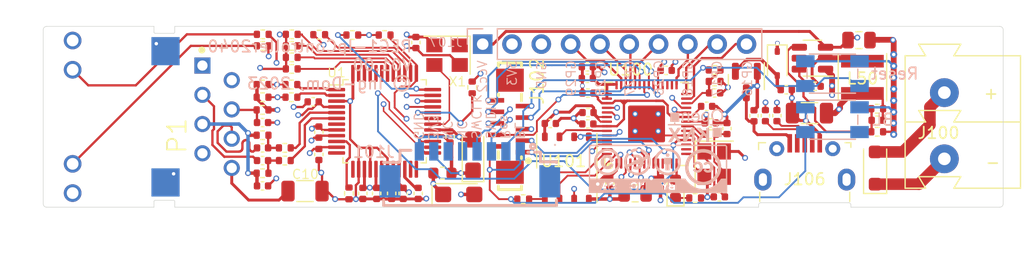
<source format=kicad_pcb>
(kicad_pcb (version 20240108) (generator "pcbnew") (generator_version "8.0")
  (title_block (date "2023-11-06") (rev "V01.00"))
  (layers (0 "F.Cu" signal) (1 "In1.Cu" signal) (2 "In2.Cu" signal) (31 "B.Cu" signal) (34 "B.Paste" user) (35 "F.Paste" user) (36 "B.SilkS" user "B.Silkscreen") (37 "F.SilkS" user "F.Silkscreen") (38 "B.Mask" user) (39 "F.Mask" user) (44 "Edge.Cuts" user))
  (net 0 "")
  (net 1 "GND")
  (net 2 "+3V3")
  (net 3 "D+")
  (net 4 "D-")
  (net 5 "SWCLK")
  (net 6 "SWDIO")
  (net 7 "+12V")
  (net 8 "/Controller/XIN")
  (net 9 "RUN")
  (net 10 "+1V1")
  (net 11 "/Controller/QSPI_SS")
  (net 12 "/Controller/XOUT")
  (net 13 "/Controller/QSPI_SD3")
  (net 14 "/Controller/QSPI_SCLK")
  (net 15 "/Controller/QSPI_SD0")
  (net 16 "/Controller/QSPI_SD2")
  (net 17 "/Controller/QSPI_SD1")
  (net 18 "GPIO20")
  (net 19 "GPIO19")
  (net 20 "GPIO18")
  (net 21 "GPIO25")
  (net 22 "GPIO24")
  (net 23 "GPIO23")
  (net 24 "GPIO22")
  (net 25 "GPIO21")
  (net 26 "GPIO17")
  (net 27 "GPIO16")
  (net 28 "GPIO29")
  (net 29 "GPIO28")
  (net 30 "GPIO27")
  (net 31 "GPIO26")
  (net 32 "GPIO14")
  (net 33 "GPIO13")
  (net 34 "GPIO12")
  (net 35 "Net-(C101-Pad1)")
  (net 36 "V_USB")
  (net 38 "GPIO08")
  (net 39 "GPIO09")
  (net 40 "Net-(U1-1V2O)")
  (net 41 "Net-(U1-TOCAP)")
  (net 42 "Net-(U50-SW)")
  (net 43 "Net-(U50-BOOT)")
  (net 44 "Net-(U50-FB)")
  (net 45 "Net-(U100-RUN)")
  (net 46 "Net-(D150-A)")
  (net 48 "unconnected-(J106-Shield-Pad6)")
  (net 49 "GNDS")
  (net 50 "+3.3VA")
  (net 51 "ACTLED")
  (net 52 "LINKLED")
  (net 53 "Net-(R1-Pad1)")
  (net 54 "Net-(R2-Pad1)")
  (net 55 "Net-(R3-Pad1)")
  (net 56 "Net-(R4-Pad1)")
  (net 57 "Net-(LED100-K)")
  (net 58 "RXP")
  (net 59 "RXN")
  (net 60 "TXP")
  (net 61 "TXN")
  (net 62 "Net-(C11-Pad1)")
  (net 63 "Net-(C14-Pad1)")
  (net 64 "Net-(U1-EXRES1)")
  (net 66 "Net-(P1-Pad11)")
  (net 67 "Net-(P1-Pad10)")
  (net 68 "Net-(R5-Pad1)")
  (net 69 "SCSn")
  (net 70 "MISO")
  (net 71 "MOSI")
  (net 72 "SCLK")
  (net 73 "INT")
  (net 74 "XI")
  (net 75 "XO")
  (net 76 "RES")
  (net 77 "Net-(C10-Pad1)")
  (net 80 "/REG1-App-Eth/RD1+")
  (net 81 "/REG1-App-Eth/RD+")
  (net 82 "/REG1-App-Eth/RD1-")
  (net 83 "/REG1-App-Eth/RD-")
  (net 84 "/REG1-App-Eth/TD-")
  (net 85 "/REG1-App-Eth/TD+")
  (net 86 "unconnected-(U1-PMODE1-Pad44)")
  (net 89 "/Controller/D1+")
  (net 90 "/Controller/D1-")
  (net 91 "BOOTSEL")
  (net 93 "GPIO07")
  (net 94 "GPIO06")
  (net 95 "GPIO10")
  (net 96 "LED")
  (footprint "Capacitor_SMD:C_0402_1005Metric" (layer "F.Cu") (at 114.79 150.15 90)
    (property "Reference" "R107")
    (property "Value" "27")
  )
  (footprint "Capacitor_SMD:C_0402_1005Metric" (layer "F.Cu") (at 113.79 150.15 90)
    (property "Reference" "R108")
    (property "Value" "27")
  )
  (footprint "DomsKiCADLib:USB_Micro-B_JING_C10418" (layer "F.Cu") (at 117.2 154.3 180)
    (property "Reference" "J106")
    (property "Value" "USB_B_Micro")
  )
  (footprint "Capacitor_SMD:C_0402_1005Metric" (layer "F.Cu") (at 115.6 147.9)
    (property "Reference" "C151")
    (property "Value" "1u")
  )
  (footprint "Capacitor_SMD:C_0402_1005Metric" (layer "F.Cu") (at 112.8 150.16 90)
    (property "Reference" "C150")
    (property "Value" "1u")
  )
  (footprint "Package_TO_SOT_SMD:SOT-23" (layer "F.Cu") (at 112.14 147.2325 -90)
    (property "Reference" "U150")
    (property "Value" "LDO_3V3_SOT23-3")
  )
  (footprint "Diode_SMD:D_SOD-323" (layer "F.Cu") (at 114.82 145.62 -90)
    (property "Reference" "D150")
    (property "Value" "1N5819")
  )
  (footprint "Capacitor_SMD:C_0805_2012Metric" (layer "F.Cu") (at 121.9 143.59)
    (property "Reference" "C50")
    (property "Value" "1uF")
  )
  (footprint "Capacitor_SMD:C_1206_3216Metric" (layer "F.Cu") (at 117.61 149.93 180)
    (property "Reference" "C53")
    (property "Value" "47uF")
  )
  (footprint "DomsKiCADLib:L_Sunlord_SWPA4020" (layer "F.Cu") (at 122.2 146.82 90)
    (property "Reference" "L50")
    (property "Value" "12uH")
  )
  (footprint "Capacitor_SMD:C_0402_1005Metric" (layer "F.Cu") (at 118.1 147.6)
    (property "Reference" "C51")
    (property "Value" "100nF")
  )
  (footprint "Capacitor_SMD:C_0402_1005Metric" (layer "F.Cu") (at 123.48 150.55 180)
    (property "Reference" "C52")
    (property "Value" "47pF")
  )
  (footprint "Resistor_SMD:R_0402_1005Metric" (layer "F.Cu") (at 123.48 149.55 180)
    (property "Reference" "R50")
    (property "Value" "100k")
  )
  (footprint "Resistor_SMD:R_0402_1005Metric" (layer "F.Cu") (at 123.48 151.55)
    (property "Reference" "R51")
    (property "Value" "22k1")
  )
  (footprint "Capacitor_Tantalum_SMD:CP_EIA-3216-18_Kemet-A" (layer "F.Cu") (at 87.21 156.99)
    (property "Reference" "C23")
    (property "Value" "10uF")
  )
  (footprint "Inductor_SMD:L_0603_1608Metric" (layer "F.Cu") (at 85.8 155.14 180)
    (property "Reference" "L1")
    (property "Value" "BLM18EG121SN1D")
  )
  (footprint "Resistor_SMD:R_0402_1005Metric" (layer "F.Cu") (at 70.23 143.09)
    (property "Reference" "R16")
    (property "Value" "330")
  )
  (footprint "Resistor_SMD:R_0402_1005Metric" (layer "F.Cu") (at 70.21 151.85 180)
    (property "Reference" "R14")
    (property "Value" "49.9 1%")
  )
  (footprint "Capacitor_SMD:C_0402_1005Metric" (layer "F.Cu") (at 83.7 156.9 90)
    (property "Reference" "C26")
    (property "Value" "10nF")
  )
  (footprint "Capacitor_SMD:C_0402_1005Metric" (layer "F.Cu") (at 70.21 154.05)
    (property "Reference" "C12")
    (property "Value" "6.8nF")
  )
  (footprint "Capacitor_SMD:C_0402_1005Metric" (layer "F.Cu") (at 70.21 152.95)
    (property "Reference" "C13")
    (property "Value" "6.8nF")
  )
  (footprint "Capacitor_SMD:C_0402_1005Metric" (layer "F.Cu") (at 70.21 156.25)
    (property "Reference" "C14")
    (property "Value" "10nF")
  )
  (footprint "Resistor_SMD:R_0402_1005Metric" (layer "F.Cu") (at 70.21 148.55)
    (property "Reference" "R11")
    (property "Value" "49.9 1%")
  )
  (footprint "Resistor_SMD:R_0402_1005Metric" (layer "F.Cu") (at 72.14 154.05)
    (property "Reference" "R36")
    (property "Value" "33")
  )
  (footprint "Resistor_SMD:R_0402_1005Metric" (layer "F.Cu") (at 72.71 147.45)
    (property "Reference" "R35")
    (property "Value" "33")
  )
  (footprint "Resistor_SMD:R_0402_1005Metric" (layer "F.Cu") (at 72.71 148.55)
    (property "Reference" "R34")
    (property "Value" "33")
  )
  (footprint "Capacitor_SMD:C_0402_1005Metric" (layer "F.Cu") (at 70.21 150.75)
    (property "Reference" "C11")
    (property "Value" "22nF")
  )
  (footprint "Resistor_SMD:R_0402_1005Metric" (layer "F.Cu") (at 72.14 152.95)
    (property "Reference" "R37")
    (property "Value" "33")
  )
  (footprint "Resistor_SMD:R_0402_1005Metric" (layer "F.Cu") (at 70.21 155.15 180)
    (property "Reference" "R13")
    (property "Value" "49.9 1%")
  )
  (footprint "Resistor_SMD:R_0402_1005Metric" (layer "F.Cu") (at 77.7 156.9 -90)
    (property "Reference" "R6")
    (property "Value" "12.4k 1%")
  )
  (footprint "Resistor_SMD:R_0402_1005Metric" (layer "F.Cu") (at 70.21 149.65 180)
    (property "Reference" "R12")
    (property "Value" "10 1%")
  )
  (footprint "Resistor_SMD:R_0402_1005Metric" (layer "F.Cu") (at 70.23 144.09)
    (property "Reference" "R15")
    (property "Value" "330")
  )
  (footprint "Resistor_SMD:R_0402_1005Metric" (layer "F.Cu") (at 70.21 147.45)
    (property "Reference" "R10")
    (property "Value" "49.9 1%")
  )
  (footprint "Capacitor_SMD:C_0402_1005Metric" (layer "F.Cu") (at 81.4 156.9 -90)
    (property "Reference" "C27")
    (property "Value" "10nF")
  )
  (footprint "DomsKiCADLib:HANRUN_HR911105A-small" (layer "F.Cu") (at 60.65 150.25 90)
    (property "Reference" "P1")
    (property "Value" "HR911105A")
  )
  (footprint "Capacitor_SMD:C_1206_3216Metric" (layer "F.Cu") (at 73.89 156.7)
    (property "Reference" "C10")
    (property "Value" "1nF / 2kV")
  )
  (footprint "Capacitor_SMD:C_0402_1005Metric" (layer "F.Cu") (at 75.09 151.58 -90)
    (property "Reference" "C2")
    (property "Value" "100nF")
  )
  (footprint "Resistor_SMD:R_0402_1005Metric" (layer "F.Cu") (at 72.74 146.09 180)
    (property "Reference" "R5")
    (property "Value" "10k")
  )
  (footprint "Resistor_SMD:R_0402_1005Metric" (layer "F.Cu") (at 72.74 145.09 180)
    (property "Reference" "R4")
    (property "Value" "10k")
  )
  (footprint "Resistor_SMD:R_0402_1005Metric" (layer "F.Cu") (at 72.74 143.09 180)
    (property "Reference" "R2")
    (property "Value" "10k")
  )
  (footprint "Resistor_SMD:R_0402_1005Metric" (layer "F.Cu") (at 88.38 147.7 -90)
    (property "Reference" "R21")
    (property "Value" "10k")
  )
  (footprint "Capacitor_SMD:C_0402_1005Metric" (layer "F.Cu") (at 78.9 156.9 -90)
    (property "Reference" "C4")
    (property "Value" "100nF")
  )
  (footprint "Capacitor_SMD:C_0402_1005Metric" (layer "F.Cu") (at 80.1 156.9 -90)
    (property "Reference" "C5")
    (property "Value" "100nF")
  )
  (footprint "Capacitor_SMD:C_0402_1005Metric" (layer "F.Cu") (at 75.09 153.52 -90)
    (property "Reference" "C3")
    (property "Value" "100nF")
  )
  (footprint "Resistor_SMD:R_0402_1005Metric" (layer "F.Cu") (at 75.12 143.12 180)
    (property "Reference" "R1")
    (property "Value" "10k")
  )
  (footprint "Capacitor_SMD:C_0402_1005Metric" (layer "F.Cu") (at 86.46 152 90)
    (property "Reference" "C9")
    (property "Value" "100nF")
  )
  (footprint "Capacitor_SMD:C_0402_1005Metric" (layer "F.Cu") (at 82.4 156.9 -90)
    (property "Reference" "C6")
    (property "Value" "100nF")
  )
  (footprint "Resistor_SMD:R_0402_1005Metric" (layer "F.Cu") (at 72.74 144.09 180)
    (property "Reference" "R3")
    (property "Value" "10k")
  )
  (footprint "Resistor_SMD:R_0402_1005Metric" (layer "F.Cu") (at 80.79 143.15 180)
    (property "Reference" "R9")
    (property "Value" "10k")
  )
  (footprint "Resistor_SMD:R_0402_1005Metric" (layer "F.Cu") (at 77.99 143.15 180)
    (property "Reference" "R20")
    (property "Value" "10k")
  )
  (footprint "OpenKNX:Wago243_212_Connector" (layer "F.Cu") (at 128.9 150.7 180)
    (property "Reference" "J100")
    (property "Value" "Conn_KNX")
  )
  (footprint "EasyEDAModLib:CONN-TH-10P_AFC11-S10ICC-00" (layer "F.Cu") (at 91.65 151.07 90)
    (property "Reference" "J102")
    (property "Value" "Frontpanel" (hide yes))
  )
  (footprint "Capacitor_Tantalum_SMD:CP_EIA-3216-18_Kemet-A" (layer "F.Cu") (at 88.45 153.57 90)
    (property "Reference" "C22")
    (property "Value" "10uF")
  )
  (footprint "Resistor_SMD:R_0402_1005Metric" (layer "F.Cu") (at 109.01 151.76)
    (property "Reference" "R102")
    (property "Value" "1k")
  )
  (footprint "DomsKiCADLib:RP2040-QFN-56_modified" (layer "F.Cu") (at 103.49 150.87 90)
    (property "Reference" "U100")
    (property "Value" "RP2040")
  )
  (footprint "Crystal:Crystal_SMD_3225-4Pin_3.2x2.5mm" (layer "F.Cu") (at 109.35 154.36 -90)
    (property "Reference" "Y100")
    (property "Value" "12MHz")
  )
  (footprint "Capacitor_SMD:C_0402_1005Metric" (layer "F.Cu") (at 98.36 145.91 180)
    (property "Reference" "C120")
    (property "Value" "1u")
  )
  (footprint "Capacitor_SMD:C_0402_1005Metric" (layer "F.Cu") (at 98.4 150.87 180)
    (property "Reference" "C132")
    (property "Value" "100n")
  )
  (footprint "Capacitor_SMD:C_0402_1005Metric" (layer "F.Cu") (at 108.7 149.34)
    (property "Reference" "C131")
    (property "Value" "100n")
  )
  (footprint "Capacitor_SMD:C_0402_1005Metric" (layer "F.Cu") (at 98.41 148.19 180)
    (property "Reference" "C130")
    (property "Value" "1u")
  )
  (footprint "Capacitor_SMD:C_0402_1005Metric" (layer "F.Cu") (at 98.36 146.91 180)
    (property "Reference" "C111")
    (property "Value" "100n")
  )
  (footprint "Capacitor_SMD:C_0402_1005Metric" (layer "F.Cu") (at 105.19 146.22)
    (property "Reference" "C112")
    (property "Value" "100n")
  )
  (footprint "Capacitor_SMD:C_0402_1005Metric" (layer "F.Cu") (at 109.01 150.78)
    (property "Reference" "C113")
    (property "Value" "100n")
  )
  (footprint "Capacitor_SMD:C_0402_1005Metric" (layer "F.Cu") (at 100.31 156 -90)
    (property "Reference" "C115")
    (property "Value" "100n")
  )
  (footprint "Capacitor_SMD:C_0402_1005Metric" (layer "F.Cu") (at 104.7 156 -90)
    (property "Reference" "C114")
    (property "Value" "100n")
  )
  (footprint "Capacitor_SMD:C_0402_1005Metric" (layer "F.Cu") (at 98.42 149.88 180)
    (property "Reference" "C110")
    (property "Value" "100n")
  )
  (footprint "Capacitor_SMD:C_0805_2012Metric" (layer "F.Cu") (at 102.5 156.9 180)
    (property "Reference" "C109")
    (property "Value" "10u")
  )
  (footprint "Capacitor_SMD:C_0402_1005Metric" (layer "F.Cu") (at 110.46 151.27 90)
    (property "Reference" "C101")
    (property "Value" "33p")
  )
  (footprint "Capacitor_SMD:C_0402_1005Metric" (layer "F.Cu") (at 95.15 150.83)
    (property "Reference" "C103")
    (property "Value" "100n")
  )
  (footprint "DomsKiCADLib:WSON-8-1EP_6x5mm_P1.27mm" (layer "F.Cu") (at 96.58 154.69 90)
    (property "Reference" "U101")
    (property "Value" "W25Q128JVS")
  )
  (footprint "Resistor_SMD:R_0402_1005Metric" (layer "F.Cu") (at 109.39 147.18)
    (property "Reference" "R105")
    (property "Value" "2k2")
  )
  (footprint "Resistor_SMD:R_0402_1005Metric" (layer "F.Cu") (at 109.39 146.18 180)
    (property "Reference" "R106")
    (property "Value" "220")
  )
  (footprint "Capacitor_SMD:C_0402_1005Metric" (layer "F.Cu") (at 109.39 148.18 180)
    (property "Reference" "C105")
    (property "Value" "330pF")
  )
  (footprint "Package_QFP:LQFP-48_7x7mm_P0.5mm" (layer "F.Cu") (at 80.79 150.64)
    (property "Reference" "U1")
    (property "Value" "W5500")
  )
  (footprint "Package_TO_SOT_SMD:SOT-23-6" (layer "F.Cu") (at 117.8675 145.16 180)
    (property "Reference" "U50")
    (property "Value" "TPS54202DDC")
  )
  (footprint "Diode_SMD:D_0603_1608Metric" (layer "F.Cu") (at 106 156.5 90)
    (property "Reference" "LED100")
    (property "Value" "LED")
  )
  (footprint "Resistor_SMD:R_0402_1005Metric" (layer "F.Cu") (at 107.7 157.3 180)
    (property "Reference" "R100")
    (property "Value" "2k2")
  )
  (footprint "Diode_SMD:D_SOD-123F" (layer "F.Cu") (at 123.3 154.7 90)
    (property "Reference" "D100")
    (property "Value" "D_TVS_SMF30CA")
  )
  (footprint "Capacitor_SMD:C_0402_1005Metric" (layer "F.Cu") (at 109.8 157.2 180)
    (property "Reference" "C102")
    (property "Value" "33p")
  )
  (footprint "Resistor_SMD:R_0402_1005Metric" (layer "F.Cu") (at 92.8 157.4 180)
    (property "Reference" "R103")
    (property "Value" "1k")
  )
  (footprint "Capacitor_SMD:C_0402_1005Metric" (layer "F.Cu") (at 74.6 148.95 180)
    (property "Reference" "C1")
    (property "Value" "100nF")
  )
  (footprint "Crystal:Crystal_SMD_3225-4Pin_3.2x2.5mm" (layer "F.Cu") (at 86.2 144.9 180)
    (property "Reference" "X1")
    (property "Value" "25MHz")
  )
  (footprint "Capacitor_SMD:C_0402_1005Metric" (layer "F.Cu") (at 83.5 143.8 90)
    (property "Reference" "C15")
    (property "Value" "100nF")
  )
  (footprint "Connector_PinHeader_2.54mm:PinHeader_1x10_P2.54mm_Vertical" (layer "B.Cu") (at 89.29 143.94 -90)
    (property "Reference" "J107")
    (property "Value" "App_Conn")
  )
  (footprint "EasyEDAModLib:C455282_SW-SMD_4P-L4.2-W3.3-P2.15-LS5.1_Handsolder" (layer "B.Cu") (at 119.6 146.5)
    (property "Reference" "SW102")
    (property "Value" "Reset")
  )
  (footprint "EasyEDAModLib:C455282_SW-SMD_4P-L4.2-W3.3-P2.15-LS5.1_Handsolder" (layer "B.Cu") (at 119.6 150.5)
    (property "Reference" "SW101")
    (property "Value" "BL")
  )
  (footprint "OpenKNX:CC-BY-NY-SA_12x4" (layer "B.Cu") (at 104.5 154.75 180)
    (property "Reference" "G1")
    (property "Value" "LOGO" (hide yes))
  )
  (footprint "EasyEDALib:CONN-SMD_8P-P1.25-L4.4-W14.8_reversed" (layer "B.Cu") (at 88.175057 154.550025 180)
    (property "Reference" "J101")
    (property "Value" "UP1_Prog_Connector")
  )
  (footprint "OpenKNX:OpenKNX_Logo_6x6" (layer "B.Cu") (at 107.75 151 180)
    (property "Reference" "G2")
    (property "Value" "LOGO" (hide yes))
  )
  (gr_circle (center 100.3 154.5) (end 100.45 154.5) (stroke (width 0.3)) (fill none) (layer "F.SilkS"))
  (gr_line (start 62.6 158.1) (end 113.2 158.1) (stroke (width 0.05)) (layer "Edge.Cuts"))
  (gr_line (start 134.1 142.4) (end 62.6 142.4) (stroke (width 0.05)) (layer "Edge.Cuts"))
  (gr_line (start 121.2 158.1) (end 134.1 158.1) (stroke (width 0.05)) (layer "Edge.Cuts"))
  (gr_arc (start 121 157.71) (mid 121.141421 157.768579) (end 121.2 157.91) (stroke (width 0.05)) (layer "Edge.Cuts"))
  (gr_line (start 113.4 157.71) (end 121 157.71) (stroke (width 0.05)) (layer "Edge.Cuts"))
  (gr_arc (start 113.2 157.91) (mid 113.258579 157.768579) (end 113.4 157.71) (stroke (width 0.05)) (layer "Edge.Cuts"))
  (gr_line (start 60.8 142.4) (end 51.5 142.4) (stroke (width 0.05)) (layer "Edge.Cuts"))
  (gr_line (start 60.8 158.1) (end 51.5 158.1) (stroke (width 0.05)) (layer "Edge.Cuts"))
  (gr_arc (start 62.6 142.9) (mid 62.570711 142.970711) (end 62.5 143) (stroke (width 0.05)) (layer "Edge.Cuts"))
  (gr_line (start 62.6 158.1) (end 62.6 157.6) (stroke (width 0.05)) (layer "Edge.Cuts"))
  (gr_arc (start 134.1 142.4) (mid 134.312132 142.487868) (end 134.4 142.7) (stroke (width 0.05)) (layer "Edge.Cuts"))
  (gr_arc (start 51.5 158.1) (mid 51.287868 158.012132) (end 51.2 157.8) (stroke (width 0.05)) (layer "Edge.Cuts"))
  (gr_arc (start 62.5 157.5) (mid 62.570711 157.529289) (end 62.6 157.6) (stroke (width 0.05)) (layer "Edge.Cuts"))
  (gr_line (start 62.5 157.5) (end 60.9 157.5) (stroke (width 0.05)) (layer "Edge.Cuts"))
  (gr_line (start 62.6 142.4) (end 62.6 142.9) (stroke (width 0.05)) (layer "Edge.Cuts"))
  (gr_line (start 134.4 157.8) (end 134.4 142.7) (stroke (width 0.05)) (layer "Edge.Cuts"))
  (gr_arc (start 60.8 157.6) (mid 60.829289 157.529289) (end 60.9 157.5) (stroke (width 0.05)) (layer "Edge.Cuts"))
  (gr_line (start 121.2 157.91) (end 121.2 158.1) (stroke (width 0.05)) (layer "Edge.Cuts"))
  (gr_arc (start 134.4 157.8) (mid 134.312132 158.012132) (end 134.1 158.1) (stroke (width 0.05)) (layer "Edge.Cuts"))
  (gr_arc (start 51.2 142.7) (mid 51.287868 142.487868) (end 51.5 142.4) (stroke (width 0.05)) (layer "Edge.Cuts"))
  (gr_line (start 51.2 142.7) (end 51.2 157.8) (stroke (width 0.05)) (layer "Edge.Cuts"))
  (gr_arc (start 60.9 143) (mid 60.829289 142.970711) (end 60.8 142.9) (stroke (width 0.05)) (layer "Edge.Cuts"))
  (gr_line (start 60.8 157.6) (end 60.8 158.1) (stroke (width 0.05)) (layer "Edge.Cuts"))
  (gr_line (start 60.8 142.9) (end 60.8 142.4) (stroke (width 0.05)) (layer "Edge.Cuts"))
  (gr_line (start 62.5 143) (end 60.9 143) (stroke (width 0.05)) (layer "Edge.Cuts"))
  (gr_line (start 113.2 157.91) (end 113.2 158.1) (stroke (width 0.05)) (layer "Edge.Cuts"))
  (gr_text "3V3" (at 91.84 145.28 90) (layer "B.SilkS") (effects (font (size 0.8 0.8) (thickness 0.1)) (justify left mirror)))
  (gr_text "Vcc2" (at 89.26 145.28 90) (layer "B.SilkS") (effects (font (size 0.8 0.8) (thickness 0.1)) (justify left mirror)))
  (gr_text "GP29" (at 96.96 145.28 90) (layer "B.SilkS") (effects (font (size 0.8 0.8) (thickness 0.1)) (justify left mirror)))
  (gr_text "GP28" (at 99.52 145.29 90) (layer "B.SilkS") (effects (font (size 0.8 0.8) (thickness 0.1)) (justify left mirror)))
  (gr_text "GP27" (at 102.05 145.28 90) (layer "B.SilkS") (effects (font (size 0.8 0.8) (thickness 0.1)) (justify left mirror)))
  (gr_text "GP26" (at 104.57 145.26 90) (layer "B.SilkS") (effects (font (size 0.8 0.8) (thickness 0.1)) (justify left mirror)))
  (gr_text "GP18" (at 107.075 145.3 90) (layer "B.SilkS") (effects (font (size 0.8 0.8) (thickness 0.1)) (justify left mirror)))
  (gr_text "GP17" (at 109.6 145.3 90) (layer "B.SilkS") (effects (font (size 0.8 0.8) (thickness 0.1)) (justify left mirror)))
  (gr_text "GP16" (at 112.225 145.3 90) (layer "B.SilkS") (effects (font (size 0.8 0.8) (thickness 0.1)) (justify left mirror)))
  (gr_text "Res" (at 90.75 152.25 -90) (layer "B.SilkS") (effects (font (size 0.8 0.8) (thickness 0.1)) (justify left bottom mirror)))
  (gr_text "GND" (at 83.25 149.75 -90) (layer "B.SilkS") (effects (font (size 0.8 0.8) (thickness 0.1)) (justify right bottom mirror)))
  (gr_text "SWCLK" (at 88.25 152.25 -90) (layer "B.SilkS") (effects (font (size 0.8 0.8) (thickness 0.1)) (justify left bottom mirror)))
  (gr_text "NC" (at 87 150.5 270) (layer "B.SilkS") (effects (font (size 0.8 0.8) (thickness 0.1)) (justify right bottom mirror)))
  (gr_text "REG1-IpController2040\nV01.00\n© Ing-Dom, 2023" (at 83.25 145.75 0) (layer "B.SilkS") (effects (font (size 1 1)) (justify left mirror)))
  (gr_text "GND" (at 94.39 145.36 90) (layer "B.SilkS") (effects (font (size 0.8 0.8) (thickness 0.1)) (justify left mirror)))
  (gr_text "SWDIO" (at 89.5 152.25 -90) (layer "B.SilkS") (effects (font (size 0.8 0.8) (thickness 0.1)) (justify left bottom mirror)))
  (gr_text "BL" (at 92 152.25 270) (layer "B.SilkS") (effects (font (size 0.8 0.8) (thickness 0.1)) (justify left bottom mirror)))
  (gr_text "3V3" (at 84.5 150 270) (layer "B.SilkS") (effects (font (size 0.8 0.8) (thickness 0.1)) (justify right bottom mirror)))
  (gr_text "NC" (at 85.75 150.5 270) (layer "B.SilkS") (effects (font (size 0.8 0.8) (thickness 0.1)) (justify right bottom mirror)))
  (segment (start 76.6275 148.89) (end 77.8 148.89) (width 0.2) (layer "F.Cu") (net 1))
  (segment (start 75.09 152.065) (end 75.09 152.065) (width 0.2) (layer "F.Cu") (net 1))
  (segment (start 74.695 152.065) (end 74.45 152.31) (width 0.2) (layer "F.Cu") (net 1))
  (segment (start 71.49 150.75) (end 70.695 150.75) (width 0.2) (layer "F.Cu") (net 1))
  (segment (start 75.09 152.065) (end 74.695 152.065) (width 0.2) (layer "F.Cu") (net 1))
  (segment (start 75.365 156.7) (end 75.365 155.165) (width 0.2) (layer "F.Cu") (net 1))
  (segment (start 97.915 149.9) (end 97.935 149.88) (width 0.25) (layer "F.Cu") (net 1))
  (segment (start 86.46 151.515) (end 86.46 151.515) (width 0.25) (layer "F.Cu") (net 1))
  (segment (start 116.085 148.615) (end 116.085 149.315) (width 0.25) (layer "F.Cu") (net 1))
  (segment (start 116.1025 149.8975) (end 116.135 149.93) (width 0.25) (layer "F.Cu") (net 1))
  (segment (start 116.085 149.315) (end 116.085 149.88) (width 0.25) (layer "F.Cu") (net 1))
  (segment (start 123.64 143.56) (end 124.76 143.56) (width 0.5) (layer "F.Cu") (net 1))
  (segment (start 124.85 143.65) (end 124.91 143.71) (width 0.5) (layer "F.Cu") (net 1))
  (segment (start 75.5 144) (end 75.5 144) (width 0.16) (layer "F.Cu") (net 1))
  (segment (start 97.925 147.555) (end 97.925 145.96) (width 0.25) (layer "F.Cu") (net 1))
  (segment (start 105.995 145.48) (end 105.995 145.48) (width 0.2) (layer "F.Cu") (net 1))
  (segment (start 108.485 155.475) (end 108.485 155.475) (width 0.16) (layer "F.Cu") (net 1))
  (segment (start 110.455 150.78) (end 110.455 150.78) (width 0.16) (layer "F.Cu") (net 1))
  (segment (start 100.31 157.39) (end 100.31 157.39) (width 0.3) (layer "F.Cu") (net 1))
  (segment (start 108.485 155.475) (end 108.5 155.46) (width 0.16) (layer "F.Cu") (net 1))
  (segment (start 74.155 148.94) (end 73.695 149.4) (width 0.2) (layer "F.Cu") (net 1))
  (segment (start 127.1 156.1) (end 123.3 156.1) (width 1) (layer "F.Cu") (net 1))
  (segment (start 109.3 157.22) (end 109.32 157.2) (width 0.25) (layer "F.Cu") (net 1))
  (segment (start 113.09 146.295) (end 113.09 147.57) (width 0.3) (layer "F.Cu") (net 1))
  (segment (start 77.73 157.38) (end 77.7 157.41) (width 0.25) (layer "F.Cu") (net 1))
  (segment (start 80.7 156.2) (end 80.7 157.38) (width 0.2) (layer "F.Cu") (net 1))
  (segment (start 74.969168 143.469168) (end 75.5 144) (width 0.16) (layer "F.Cu") (net 1))
  (segment (start 72.255 143.09) (end 71.77 143.09) (width 0.2) (layer "F.Cu") (net 1))
  (segment (start 81.04 154.8025) (end 81.04 155.86) (width 0.2) (layer "F.Cu") (net 1))
  (segment (start 75.8 156.7) (end 76.5 157.4) (width 0.2) (layer "F.Cu") (net 1))
  (segment (start 78.54 153) (end 78.54 153.6) (width 0.2) (layer "F.Cu") (net 1))
  (segment (start 124.91 143.71) (end 124.91 144.84) (width 0.5) (layer "F.Cu") (net 1))
  (segment (start 87.41 156.99) (end 88.56 156.99) (width 0.3) (layer "F.Cu") (net 1))
  (segment (start 74.969168 143.454168) (end 74.969168 143.469168) (width 0.16) (layer "F.Cu") (net 1))
  (segment (start 77.8 148.89) (end 77.8 152.2) (width 0.2) (layer "F.Cu") (net 1))
  (segment (start 119.005 146.11) (end 119.57 146.675) (width 0.5) (layer "F.Cu") (net 1))
  (segment (start 118.5 152.55) (end 118.5 151.744598) (width 0.25) (layer "F.Cu") (net 1))
  (segment (start 74.635 143.12) (end 74.969168 143.454168) (width 0.16) (layer "F.Cu") (net 1))
  (segment (start 78.54 152.94) (end 79.4 152.94) (width 0.2) (layer "F.Cu") (net 1))
  (segment (start 84.87 144.28) (end 85.1 144.05) (width 0.25) (layer "F.Cu") (net 1))
  (segment (start 124.76 143.56) (end 124.85 143.65) (width 0.5) (layer "F.Cu") (net 1))
  (segment (start 71.77 143.09) (end 71.7 143.1) (width 0.2) (layer "F.Cu") (net 1))
  (segment (start 84.37 157.38) (end 84.4 157.35) (width 0.25) (layer "F.Cu") (net 1))
  (segment (start 86.46 151.515) (end 86.775 151.515) (width 0.25) (layer "F.Cu") (net 1))
  (segment (start 97.17 150.38) (end 97.58 150.79) (width 0.25) (layer "F.Cu") (net 1))
  (segment (start 79.4 152.94) (end 79.54 153.08) (width 0.2) (layer "F.Cu") (net 1))
  (segment (start 78.04 146.4775) (end 78.04 148.65) (width 0.25) (layer "F.Cu") (net 1))
  (segment (start 107.63001 152.124872) (end 107.63001 154.59001) (width 0.16) (layer "F.Cu") (net 1))
  (segment (start 119.57 147.56) (end 119.57 148.36) (width 0.5) (layer "F.Cu") (net 1))
  (segment (start 75.365 156.7) (end 75.365 156.7) (width 0.2) (layer "F.Cu") (net 1))
  (segment (start 100.31 157.39) (end 101.0725 157.39) (width 0.3) (layer "F.Cu") (net 1))
  (segment (start 124.68 151.55) (end 124.91 151.78) (width 0.2) (layer "F.Cu") (net 1))
  (segment (start 79.54 153.08) (end 79.54 154.8025) (width 0.2) (layer "F.Cu") (net 1))
  (segment (start 82.92 143.32) (end 82.7 143.1) (width 0.25) (layer "F.Cu") (net 1))
  (segment (start 72.255 143.09) (end 72.255 146.09) (width 0.2) (layer "F.Cu") (net 1))
  (segment (start 122.88 143.56) (end 122.85 143.59) (width 0.5) (layer "F.Cu") (net 1))
  (segment (start 97.935 149.88) (end 97.67 149.88) (width 0.25) (layer "F.Cu") (net 1))
  (segment (start 109.315 157.2) (end 109.21 157.23) (width 0.25) (layer "F.Cu") (net 1))
  (segment (start 97.925 145.96) (end 97.875 145.91) (width 0.25) (layer "F.Cu") (net 1))
  (segment (start 123.965 151.55) (end 124.68 151.55) (width 0.2) (layer "F.Cu") (net 1))
  (segment (start 83.5 143.32) (end 84.37 143.32) (width 0.25) (layer "F.Cu") (net 1))
  (segment (start 77.8 152.2) (end 78.54 152.94) (width 0.2) (layer "F.Cu") (net 1))
  (segment (start 113.09 147.57) (end 113.09 149.39) (width 0.3) (layer "F.Cu") (net 1))
  (segment (start 97.915 150.87) (end 97.915 150.845) (width 0.25) (layer "F.Cu") (net 1))
  (segment (start 75.365 155.165) (end 75.3 155.1) (width 0.2) (layer "F.Cu") (net 1))
  (segment (start 80.7 157.4) (end 80.7 157.38) (width 0.25) (layer "F.Cu") (net 1))
  (segment (start 124.91 151.79) (end 124.9 151.8) (width 0.5) (layer "F.Cu") (net 1))
  (segment (start 123.64 143.56) (end 122.88 143.56) (width 0.5) (layer "F.Cu") (net 1))
  (segment (start 71.4 155.6) (end 71.345 155.6) (width 0.2) (layer "F.Cu") (net 1))
  (segment (start 76.5 157.4) (end 76.51 157.41) (width 0.2) (layer "F.Cu") (net 1))
  (segment (start 116.78071 150.57571) (end 116.135 149.93) (width 0.25) (layer "F.Cu") (net 1))
  (segment (start 81.04 153.84) (end 81.04 154.8025) (width 0.2) (layer "F.Cu") (net 1))
  (segment (start 86.775 151.515) (end 87.25 151.99) (width 0.25) (layer "F.Cu") (net 1))
  (segment (start 78.54 152.94) (end 78.54 153) (width 0.2) (layer "F.Cu") (net 1))
  (segment (start 108.76 157.22) (end 108.76 155.72) (width 0.25) (layer "F.Cu") (net 1))
  (segment (start 129.3 153.9) (end 127.1 156.1) (width 1) (layer "F.Cu") (net 1))
  (segment (start 110.2 153.26) (end 111.47 153.26) (width 0.25) (layer "F.Cu") (net 1))
  (segment (start 77.81 148.89) (end 77.8 148.89) (width 0.2) (layer "F.Cu") (net 1))
  (segment (start 86.335 151.39) (end 86.46 151.515) (width 0.25) (layer "F.Cu") (net 1))
  (segment (start 79.4 152.94) (end 80.14 152.94) (width 0.2) (layer "F.Cu") (net 1))
  (segment (start 105.675 146.22) (end 105.675 145.8) (width 0.2) (layer "F.Cu") (net 1))
  (segment (start 98.485 157.39) (end 100.31 157.39) (width 0.3) (layer "F.Cu") (net 1))
  (segment (start 97.58 150.79) (end 97.835 150.79) (width 0.25) (layer "F.Cu") (net 1))
  (segment (start 78.54 153.6) (end 78.54 154.8025) (width 0.2) (layer "F.Cu") (net 1))
  (segment (start 111.47 153.26) (end 112.03 153.82) (width 0.25) (layer "F.Cu") (net 1))
  (segment (start 107.63001 154.59001) (end 108.5 155.46) (width 0.16) (layer "F.Cu") (net 1))
  (segment (start 110.46 150.785) (end 110.46 150.24) (width 0.25) (layer "F.Cu") (net 1))
  (segment (start 71.75 143.09) (end 71.76 143.09) (width 0.2) (layer "F.Cu") (net 1))
  (segment (start 84.37 143.32) (end 85.1 144.05) (width 0.25) (layer "F.Cu") (net 1))
  (segment (start 110.46 150.24) (end 110.25 150.03) (width 0.25) (layer "F.Cu") (net 1))
  (segment (start 73.695 149.4) (end 72.9 149.4) (width 0.2) (layer "F.Cu") (net 1))
  (segment (start 109.56 149.34) (end 110.25 150.03) (width 0.25) (layer "F.Cu") (net 1))
  (segment (start 88.45 152.22) (end 87.48 152.22) (width 0.3) (layer "F.Cu") (net 1))
  (segment (start 70.09 146.09) (end 70 146) (width 0.2) (layer "F.Cu") (net 1))
  (segment (start 113.09 149.39) (end 112.8 149.68) (width 0.3) (layer "F.Cu") (net 1))
  (segment (start 106.9275 151.87) (end 104.49 151.87) (width 0.16) (layer "F.Cu") (net 1))
  (segment (start 100.31 156.485) (end 100.31 156.88) (width 0.3) (layer "F.Cu") (net 1))
  (segment (start 97.925 148.19) (end 97.925 147.555) (width 0.25) (layer "F.Cu") (net 1))
  (segment (start 80.14 152.94) (end 81.04 153.84) (width 0.2) (layer "F.Cu") (net 1))
  (segment (start 78.3 157.4) (end 77.73 157.38) (width 0.25) (layer "F.Cu") (net 1))
  (segment (start 117.331112 150.57571) (end 116.78071 150.57571) (width 0.25) (layer "F.Cu") (net 1))
  (segment (start 75.265 151.89) (end 75.09 152.065) (width 0.2) (layer "F.Cu") (net 1))
  (segment (start 83.7 157.38) (end 80.7 157.4) (width 0.25) (layer "F.Cu") (net 1))
  (segment (start 110.52 153.58) (end 110.2 153.26) (width 0.25) (layer "F.Cu") (net 1))
  (segment (start 76.6275 151.89) (end 75.265 151.89) (width 0.2) (layer "F.Cu") (net 1))
  (segment (start 75.365 156.7) (end 75.8 156.7) (width 0.2) (layer "F.Cu") (net 1))
  (segment (start 87.48 152.22) (end 87.25 151.99) (width 0.3) (layer "F.Cu") (net 1))
  (segment (start 101.0725 157.39) (end 101.5625 156.9) (width 0.3) (layer "F.Cu") (net 1))
  (segment (start 80.7 157.38) (end 78.3 157.38) (width 0.25) (layer "F.Cu") (net 1))
  (segment (start 78.04 148.65) (end 77.8 148.89) (width 0.25) (layer "F.Cu") (net 1))
  (segment (start 119.57 146.675) (end 119.57 147.56) (width 0.5) (layer "F.Cu") (net 1))
  (segment (start 106.9275 151.87) (end 107.375138 151.87) (width 0.16) (layer "F.Cu") (net 1))
  (segment (start 116.085 147.9) (end 116.085 148.615) (width 0.25) (layer "F.Cu") (net 1))
  (segment (start 97.67 149.88) (end 97.17 150.38) (width 0.25) (layer "F.Cu") (net 1))
  (segment (start 107.375138 151.87) (end 107.63001 152.124872) (width 0.16) (layer "F.Cu") (net 1))
  (segment (start 72.255 146.09) (end 70.09 146.09) (width 0.2) (layer "F.Cu") (net 1))
  (segment (start 97.915 149.9) (end 97.915 149.9) (width 0.25) (layer "F.Cu") (net 1))
  (segment (start 83.5 143.32) (end 82.92 143.32) (width 0.25) (layer "F.Cu") (net 1))
  (segment (start 124.91 149.84) (end 124.91 151.79) (width 0.5) (layer "F.Cu") (net 1))
  (segment (start 81.04 155.86) (end 80.7 156.2) (width 0.2) (layer "F.Cu") (net 1))
  (segment (start 116.085 149.88) (end 116.1025 149.8975) (width 0.25) (layer "F.Cu") (net 1))
  (segment (start 78.54 154.8025) (end 78.54 155.949569) (width 0.2) (layer "F.Cu") (net 1))
  (segment (start 84.9525 151.39) (end 86.335 151.39) (width 0.25) (layer "F.Cu") (net 1))
  (segment (start 109.18 149.34) (end 109.56 149.34) (width 0.25) (layer "F.Cu") (net 1))
  (segment (start 83.7 157.38) (end 84.37 157.38) (width 0.25) (layer "F.Cu") (net 1))
  (segment (start 108.29 157.22) (end 108.21 157.3) (width 0.25) (layer "F.Cu") (net 1))
  (segment (start 71.345 155.6) (end 70.695 156.25) (width 0.2) (layer "F.Cu") (net 1))
  (segment (start 104.49 151.87) (end 103.49 150.87) (width 0.16) (layer "F.Cu") (net 1))
  (segment (start 109.5 150.785) (end 109.495 150.78) (width 0.25) (layer "F.Cu") (net 1))
  (segment (start 108.76 157.22) (end 108.29 157.22) (width 0.25) (layer "F.Cu") (net 1))
  (segment (start 104.7 157.5) (end 104.7 156.485) (width 0.3) (layer "F.Cu") (net 1))
  (segment (start 108.76 157.22) (end 109.3 157.22) (width 0.25) (layer "F.Cu") (net 1))
  (segment (start 100.31 156.88) (end 100.31 157.39) (width 0.3) (layer "F.Cu") (net 1))
  (segment (start 110.46 150.785) (end 109.5 150.785) (width 0.25) (layer "F.Cu") (net 1))
  (segment (start 75.09 154.005) (end 75.09 154.89) (width 0.2) (layer "F.Cu") (net 1))
  (segment (start 105.675 145.8) (end 105.995 145.48) (width 0.2) (layer "F.Cu") (net 1))
  (segment (start 109.21 157.23) (end 109.315 157.165) (width 0.25) (layer "F.Cu") (net 1))
  (segment (start 96.085 150.38) (end 95.635 150.83) (width 0.25) (layer "F.Cu") (net 1))
  (segment (start 78.54 155.949569) (end 78.3 156.189569) (width 0.2) (layer "F.Cu") (net 1))
  (segment (start 71.7 143.1) (end 71.75 143.09) (width 0.2) (layer "F.Cu") (net 1))
  (segment (start 108.76 155.72) (end 108.5 155.46) (width 0.25) (layer "F.Cu") (net 1))
  (segment (start 118.5 151.744598) (end 117.331112 150.57571) (width 0.25) (layer "F.Cu") (net 1))
  (segment (start 97.17 150.38) (end 96.085 150.38) (width 0.25) (layer "F.Cu") (net 1))
  (segment (start 79.54 154.8025) (end 79.54 154.187405) (width 0.128) (layer "F.Cu") (net 1))
  (segment (start 78.3 156.189569) (end 78.3 157.38) (width 0.2) (layer "F.Cu") (net 1))
  (segment (start 124.91 144.84) (end 124.91 149.84) (width 0.5) (layer "F.Cu") (net 1))
  (segment (start 78.3 157.38) (end 78.3 157.4) (width 0.25) (layer "F.Cu") (net 1))
  (segment (start 75.09 154.89) (end 75.3 155.1) (width 0.2) (layer "F.Cu") (net 1))
  (segment (start 97.835 150.79) (end 97.915 150.87) (width 0.25) (layer "F.Cu") (net 1))
  (segment (start 76.51 157.41) (end 77.7 157.41) (width 0.2) (layer "F.Cu") (net 1))
  (via (at 72.9 149.4) (size 0.5) (drill 0.3) (layers "F.Cu" "B.Cu") (net 1))
  (via (at 71.49 150.75) (size 0.5) (drill 0.3) (layers "F.Cu" "B.Cu") (net 1))
  (via (at 74.45 152.31) (size 0.5) (drill 0.3) (layers "F.Cu" "B.Cu") (net 1))
  (via (at 124.9 150.8) (size 0.6) (drill 0.3) (layers "F.Cu" "B.Cu") (net 1))
  (via (at 124.91 151.78) (size 0.6) (drill 0.3) (layers "F.Cu" "B.Cu") (net 1))
  (via (at 70 146) (size 0.5) (drill 0.3) (layers "F.Cu" "B.Cu") (net 1))
  (via (at 124.91 145.84) (size 0.6) (drill 0.3) (layers "F.Cu" "B.Cu") (net 1))
  (via (at 97.925 147.555) (size 0.4) (drill 0.3) (layers "F.Cu" "B.Cu") (net 1))
  (via (at 87.25 151.99) (size 0.5) (drill 0.3) (layers "F.Cu" "B.Cu") (net 1))
  (via (at 100.31 157.39) (size 0.5) (drill 0.3) (layers "F.Cu" "B.Cu") (net 1))
  (via (at 78.3 157.4) (size 0.5) (drill 0.3) (layers "F.Cu" "B.Cu") (net 1))
  (via (at 124.91 149.84) (size 0.6) (drill 0.3) (layers "F.Cu" "B.Cu") (net 1))
  (via (at 102.5 150) (size 0.5) (drill 0.3) (layers "F.Cu" "B.Cu") (net 1))
  (via (at 75.3 155.1) (size 0.5) (drill 0.3) (layers "F.Cu" "B.Cu") (net 1))
  (via (at 117.3 150.6) (size 0.5) (drill 0.3) (layers "F.Cu" "B.Cu") (net 1))
  (via (at 71.7 143.1) (size 0.5) (drill 0.3) (layers "F.Cu" "B.Cu") (net 1))
  (via (at 119.57 147.56) (size 0.5) (drill 0.3) (layers "F.Cu" "B.Cu") (net 1))
  (via (at 104.5 151.5) (size 0.5) (drill 0.3) (layers "F.Cu" "B.Cu") (net 1))
  (via (at 124.91 144.84) (size 0.6) (drill 0.3) (layers "F.Cu" "B.Cu") (net 1))
  (via (at 77.8 148.89) (size 0.5) (drill 0.3) (layers "F.Cu" "B.Cu") (net 1))
  (via (at 112.03 153.82) (size 0.5) (drill 0.3) (layers "F.Cu" "B.Cu") (net 1))
  (via (at 124.91 146.84) (size 0.6) (drill 0.3) (layers "F.Cu" "B.Cu") (net 1))
  (via (at 113.09 147.57) (size 0.5) (drill 0.3) (layers "F.Cu" "B.Cu") (net 1))
  (via (at 104.7 157.5) (size 0.5) (drill 0.3) (layers "F.Cu" "B.Cu") (net 1))
  (via (at 87.41 156.99) (size 0.5) (drill 0.3) (layers "F.Cu" "B.Cu") (net 1))
  (via (at 105.995 145.48) (size 0.5) (drill 0.3) (layers "F.Cu" "B.Cu") (net 1))
  (via (at 71.4 155.6) (size 0.5) (drill 0.3) (layers "F.Cu" "B.Cu") (net 1))
  (via (at 108.76 157.22) (size 0.5) (drill 0.3) (layers "F.Cu" "B.Cu") (net 1))
  (via (at 116.085 148.615) (size 0.5) (drill 0.3) (layers "F.Cu" "B.Cu") (net 1))
  (via (at 76.5 157.4) (size 0.5) (drill 0.3) (layers "F.Cu" "B.Cu") (net 1))
  (via (at 124.85 143.58) (size 0.5) (drill 0.3) (layers "F.Cu" "B.Cu") (net 1))
  (via (at 124.91 147.84) (size 0.6) (drill 0.3) (layers "F.Cu" "B.Cu") (net 1))
  (via (at 75.5 144) (size 0.5) (drill 0.3) (layers "F.Cu" "B.Cu") (net 1))
  (via (at 89.78 150.82) (size 0.5) (drill 0.3) (layers "F.Cu" "B.Cu") (net 1))
  (via (at 82.7 143.1) (size 0.5) (drill 0.3) (layers "F.Cu" "B.Cu") (net 1))
  (via (at 110.25 150.03) (size 0.5) (drill 0.3) (layers "F.Cu" "B.Cu") (net 1))
  (via (at 124.91 148.84) (size 0.6) (drill 0.3) (layers "F.Cu" "B.Cu") (net 1))
  (via (at 97.17 150.38) (size 0.5) (drill 0.3) (layers "F.Cu" "B.Cu") (net 1))
  (via (at 102.5 151.5) (size 0.5) (drill 0.3) (layers "F.Cu" "B.Cu") (net 1))
  (via (at 104.5 150) (size 0.5) (drill 0.3) (layers "F.Cu" "B.Cu") (net 1))
  (via (at 84.4 157.35) (size 0.5) (drill 0.3) (layers "F.Cu" "B.Cu") (net 1))
  (via (at 119.57 148.36) (size 0.5) (drill 0.3) (layers "F.Cu" "B.Cu") (net 1))
  (segment (start 117.3 149.475) (end 117.25 149.425) (width 0.2) (layer "B.Cu") (net 1))
  (segment (start 121.95 145.425) (end 124.495 145.425) (width 0.2) (layer "B.Cu") (net 1))
  (segment (start 117.3 150.6) (end 117.3 149.475) (width 0.2) (layer "B.Cu") (net 1))
  (segment (start 83.800025 152.149975) (end 83.800025 153.25005) (width 0.25) (layer "B.Cu") (net 1))
  (segment (start 124.495 145.425) (end 124.91 145.84) (width 0.2) (layer "B.Cu") (net 1))
  (segment (start 112.71 147.57) (end 110.25 150.03) (width 0.3) (layer "B.Cu") (net 1))
  (segment (start 83.96 151.99) (end 83.800025 152.149975) (width 0.25) (layer "B.Cu") (net 1))
  (segment (start 121.95 149.425) (end 124.495 149.425) (width 0.2) (layer "B.Cu") (net 1))
  (segment (start 121.95 145.425) (end 120.95 145.425) (width 0.2) (layer "B.Cu") (net 1))
  (segment (start 113.09 147.57) (end 112.71 147.57) (width 0.3) (layer "B.Cu") (net 1))
  (segment (start 124.495 149.425) (end 124.91 149.84) (width 0.2) (layer "B.Cu") (net 1))
  (segment (start 120.95 145.425) (end 117.25 145.425) (width 0.2) (layer "B.Cu") (net 1))
  (segment (start 87.25 151.99) (end 83.96 151.99) (width 0.25) (layer "B.Cu") (net 1))
  (segment (start 108.4975 150.7525) (end 108.525 150.78) (width 0.16) (layer "F.Cu") (net 2))
  (segment (start 108.525 150.78) (end 108.525 150.78) (width 0.16) (layer "F.Cu") (net 2))
  (segment (start 108.525 150.78) (end 108.525 150.78) (width 0.16) (layer "F.Cu") (net 2))
  (segment (start 109.875 147.18) (end 109.875 147.18) (width 0.25) (layer "F.Cu") (net 2))
  (segment (start 99.85 146.39) (end 99.85 146.39) (width 0.25) (layer "F.Cu") (net 2))
  (segment (start 98.905 149.88) (end 98.905 150.038948) (width 0.2) (layer "F.Cu") (net 2))
  (segment (start 79.44 143.15) (end 78.475 143.15) (width 0.16) (layer "F.Cu") (net 2))
  (segment (start 95.6275 149.8675) (end 95.65 149.845) (width 0.25) (layer "F.Cu") (net 2))
  (segment (start 95.65 149.845) (end 95.65 149.845) (width 0.25) (layer "F.Cu") (net 2))
  (segment (start 105.025 145.48) (end 105.025 145.48) (width 0.2) (layer "F.Cu") (net 2))
  (segment (start 106.9275 150.67) (end 108.415 150.67) (width 0.16) (layer "F.Cu") (net 2))
  (segment (start 104.49 146.175) (end 104.525 146.14) (width 0.16) (layer "F.Cu") (net 2))
  (segment (start 108.415 150.67) (end 108.4975 150.7525) (width 0.16) (layer "F.Cu") (net 2))
  (segment (start 86.5875 153.7725) (end 86.5875 152.6125) (width 0.3) (layer "F.Cu") (net 2))
  (segment (start 103.9 155.6) (end 103.4375 156.0625) (width 0.3) (layer "F.Cu") (net 2))
  (segment (start 108.525 150.78) (end 108.525 150.78) (width 0.16) (layer "F.Cu") (net 2))
  (segment (start 88.38 147.19) (end 88.41 147.19) (width 0.2) (layer "F.Cu") (net 2))
  (segment (start 99.37 145.91) (end 99.85 146.39) (width 0.25) (layer "F.Cu") (net 2))
  (segment (start 85.865 151.89) (end 86.46 152.485) (width 0.25) (layer "F.Cu") (net 2))
  (segment (start 100.89 154.3075) (end 100.89 154.935) (width 0.2) (layer "F.Cu") (net 2))
  (segment (start 98.845 145.91) (end 99.37 145.91) (width 0.25) (layer "F.Cu") (net 2))
  (segment (start 83.5 144.28) (end 82.88 144.28) (width 0.2) (layer "F.Cu") (net 2))
  (segment (start 100.0525 148.67) (end 100.0525 148.5625) (width 0.2) (layer "F.Cu") (net 2))
  (segment (start 95.65 149.845) (end 95.865 149.845) (width 0.25) (layer "F.Cu") (net 2))
  (segment (start 119.2575 149.6175) (end 118.965 149.91) (width 0.5) (layer "F.Cu") (net 2))
  (segment (start 99.6975 147.4325) (end 100.3025 147.4325) (width 0.25) (layer "F.Cu") (net 2))
  (segment (start 88.23 155.14) (end 88.45 154.92) (width 0.3) (layer "F.Cu") (net 2))
  (segment (start 99.515 150.67) (end 100.0525 150.67) (width 0.16) (layer "F.Cu") (net 2))
  (segment (start 109.875 147.18) (end 110.03 147.18) (width 0.2) (layer "F.Cu") (net 2))
  (segment (start 86.5875 152.6125) (end 86.46 152.485) (width 0.3) (layer "F.Cu") (net 2))
  (segment (start 83.5 144.28) (end 84.12 144.9) (width 0.2) (layer "F.Cu") (net 2))
  (segment (start 109.875 148.18) (end 110.05 148.18) (width 0.2) (layer "F.Cu") (net 2))
  (segment (start 121.24 148.22) (end 120.26 149.2) (width 0.5) (layer "F.Cu") (net 2))
  (segment (start 120.17 149.59) (end 120.26 149.5) (width 0.5) (layer "F.Cu") (net 2))
  (segment (start 114.82 144.57) (end 114.82 143.87) (width 0.3) (layer "F.Cu") (net 2))
  (segment (start 99.295 150.27) (end 98.905 149.88) (width 0.16) (layer "F.Cu") (net 2))
  (segment (start 104.49 146.435) (end 104.705 146.22) (width 0.16) (layer "F.Cu") (net 2))
  (segment (start 119.83 149.93) (end 120.17 149.59) (width 0.5) (layer "F.Cu") (net 2))
  (segment (start 100.89 147.4325) (end 100.69 147.4325) (width 0.2) (layer "F.Cu") (net 2))
  (segment (start 108.66 150.65) (end 108.53 150.78) (width 0.25) (layer "F.Cu") (net 2))
  (segment (start 98.905 149.46) (end 98.735 149.29) (width 0.25) (layer "F.Cu") (net 2))
  (segment (start 104.705 145.8) (end 105.025 145.48) (width 0.2) (layer "F.Cu") (net 2))
  (segment (start 86.5875 155.14) (end 86.5875 153.7725) (width 0.3) (layer "F.Cu") (net 2))
  (segment (start 100.89 147.4325) (end 100.3025 147.4325) (width 0.16) (layer "F.Cu") (net 2))
  (segment (start 119.085 149.93) (end 119.83 149.93) (width 0.5) (layer "F.Cu") (net 2))
  (segment (start 104.49 154.3075) (end 104.49 155.305) (width 0.2) (layer "F.Cu") (net 2))
  (segment (start 94.665 150.83) (end 95.6275 149.8675) (width 0.25) (layer "F.Cu") (net 2))
  (segment (start 86.5875 155.14) (end 86.5875 155.2375) (width 0.5) (layer "F.Cu") (net 2))
  (segment (start 97.36 149.29) (end 96.805 149.845) (width 0.25) (layer "F.Cu") (net 2))
  (segment (start 103.4375 156.0625) (end 103.4375 156.9) (width 0.3) (layer "F.Cu") (net 2))
  (segment (start 88.41 147.19) (end 89.1 146.5) (width 0.2) (layer "F.Cu") (net 2))
  (segment (start 100.89 154.935) (end 100.31 155.515) (width 0.2) (layer "F.Cu") (net 2))
  (segment (start 100.0525 150.27) (end 99.295 150.27) (width 0.16) (layer "F.Cu") (net 2))
  (segment (start 100.0525 147.5025) (end 100.0525 148.5625) (width 0.25) (layer "F.Cu") (net 2))
  (segment (start 123.965 150.55) (end 123.965 149.55) (width 0.2) (layer "F.Cu") (net 2))
  (segment (start 84.12 144.9) (end 86.45 144.9) (width 0.2) (layer "F.Cu") (net 2))
  (segment (start 104.705 146.22) (end 104.705 145.8) (width 0.2) (layer "F.Cu") (net 2))
  (segment (start 99.3675 147.4325) (end 98.845 146.91) (width 0.25) (layer "F.Cu") (net 2))
  (segment (start 86.45 144.9) (end 87.3 145.75) (width 0.2) (layer "F.Cu") (net 2))
  (segment (start 114.83 143.86) (end 114.82 143.85) (width 0.3) (layer "F.Cu") (net 2))
  (segment (start 86.9 146.15) (end 87.3 145.75) (width 0.2) (layer "F.Cu") (net 2))
  (segment (start 99.333026 150.466974) (end 99.333026 150.495258) (width 0.16) (layer "F.Cu") (net 2))
  (segment (start 99.333026 150.495258) (end 99.507768 150.67) (width 0.16) (layer "F.Cu") (net 2))
  (segment (start 104.7 155.515) (end 103.985 155.515) (width 0.3) (layer "F.Cu") (net 2))
  (segment (start 98.905 149.88) (end 98.905 149.46) (width 0.25) (layer "F.Cu") (net 2))
  (segment (start 94.665 150.83) (end 94.665 151.98) (width 0.25) (layer "F.Cu") (net 2))
  (segment (start 100.0525 147.5025) (end 99.9825 147.4325) (width 0.2) (layer "F.Cu") (net 2))
  (segment (start 98.905 150.038948) (end 99.333026 150.466974) (width 0.2) (layer "F.Cu") (net 2))
  (segment (start 100.31 155.52) (end 99.83 155.52) (width 0.4) (layer "F.Cu") (net 2))
  (segment (start 123.96 149.125) (end 123.96 148.77) (width 0.2) (layer "F.Cu") (net 2))
  (segment (start 79.91 143.15) (end 79.44 143.15) (width 0.16) (layer "F.Cu") (net 2))
  (segment (start 96.805 149.845) (end 95.865 149.845) (width 0.25) (layer "F.Cu") (net 2))
  (segment (start 98.735 149.29) (end 97.36 149.29) (width 0.25) (layer "F.Cu") (net 2))
  (segment (start 99.9825 147.4325) (end 99.6975 147.4325) (width 0.25) (layer "F.Cu") (net 2))
  (segment (start 94.665 150.83) (end 95.07 150.425) (width 0.25) (layer "F.Cu") (net 2))
  (segment (start 114.82 143.87) (end 114.83 143.86) (width 0.3) (layer "F.Cu") (net 2))
  (segment (start 104.49 155.305) (end 104.7 155.515) (width 0.2) (layer "F.Cu") (net 2))
  (segment (start 100.3025 147.4325) (end 100.69 147.4325) (width 0.25) (layer "F.Cu") (net 2))
  (segment (start 110.03 147.18) (end 110.54 147.69) (width 0.2) (layer "F.Cu") (net 2))
  (segment (start 123.965 149.55) (end 123.965 149.13) (width 0.2) (layer "F.Cu") (net 2))
  (segment (start 104.49 147.4325) (end 104.49 146.435) (width 0.16) (layer "F.Cu") (net 2))
  (segment (start 99.6975 147.4325) (end 99.3675 147.4325) (width 0.25) (layer "F.Cu") (net 2))
  (segment (start 108.66 150.06) (end 108.66 150.65) (width 0.25) (layer "F.Cu") (net 2))
  (segment (start 82.88 144.28) (end 82.7 144.1) (width 0.2) (layer "F.Cu") (net 2))
  (segment (start 94.665 150.83) (end 94.999168 150.495832) (width 0.25) (layer "F.Cu") (net 2))
  (segment (start 80.305 143.15) (end 79.91 143.15) (width 0.16) (layer "F.Cu") (net 2))
  (segment (start 87.41 155.14) (end 88.23 155.14) (width 0.3) (layer "F.Cu") (net 2))
  (segment (start 123.965 149.13) (end 123.96 149.125) (width 0.2) (layer "F.Cu") (net 2))
  (segment (start 94.665 151.98) (end 94.675 151.99) (width 0.25) (layer "F.Cu") (net 2))
  (segment (start 94.999168 150.495832) (end 94.999168 150.480832) (width 0.25) (layer "F.Cu") (net 2))
  (segment (start 84.9525 151.89) (end 85.865 151.89) (width 0.25) (layer "F.Cu") (net 2))
  (segment (start 122.2 148.22) (end 121.24 148.22) (width 0.5) (layer "F.Cu") (net 2))
  (segment (start 86.5875 155.14) (end 87.41 155.14) (width 0.3) (layer "F.Cu") (net 2))
  (segment (start 98.845 146.91) (end 98.845 145.91) (width 0.25) (layer "F.Cu") (net 2))
  (segment (start 99.83 155.52) (end 99.26 156.09) (width 0.4) (layer "F.Cu") (net 2))
  (segment (start 98.905 149.88) (end 98.905 149.88) (width 0.2) (layer "F.Cu") (net 2))
  (segment (start 114.82 143.85) (end 114.82 143.83) (width 0.3) (layer "F.Cu") (net 2))
  (segment (start 99.507768 150.67) (end 99.515 150.67) (width 0.16) (layer "F.Cu") (net 2))
  (segment (start 103.985 155.515) (end 103.9 155.6) (width 0.3) (layer "F.Cu") (net 2))
  (segment (start 120.26 149.2) (end 120.26 149.5) (width 0.5) (layer "F.Cu") (net 2))
  (segment (start 110.05 148.18) (end 110.54 147.69) (width 0.2) (layer "F.Cu") (net 2))
  (segment (start 109.875 147.18) (end 109.875 147.18) (width 0.25) (layer "F.Cu") (net 2))
  (via (at 82.7 144.1) (size 0.5) (drill 0.3) (layers "F.Cu" "B.Cu") (net 2))
  (via (at 95.65 149.845) (size 0.5) (drill 0.3) (layers "F.Cu" "B.Cu") (net 2))
  (via (at 87.41 155.14) (size 0.5) (drill 0.3) (layers "F.Cu" "B.Cu") (net 2))
  (via (at 89.1 146.5) (size 0.5) (drill 0.3) (layers "F.Cu" "B.Cu") (net 2))
  (via (at 93.5 151.32) (size 0.5) (drill 0.3) (layers "F.Cu" "B.Cu") (net 2))
  (via (at 114.83 143.86) (size 0.4) (drill 0.3) (layers "F.Cu" "B.Cu") (net 2))
  (via (at 103.9 155.6) (size 0.5) (drill 0.3) (layers "F.Cu" "B.Cu") (net 2))
  (via (at 99.85 146.39) (size 0.5) (drill 0.3) (layers "F.Cu" "B.Cu") (net 2))
  (via (at 99.26 156.09) (size 0.5) (drill 0.3) (layers "F.Cu" "B.Cu") (net 2))
  (via (at 120.17 149.59) (size 0.5) (drill 0.3) (layers "F.Cu" "B.Cu") (net 2))
  (via (at 108.66 150.06) (size 0.5) (drill 0.3) (layers "F.Cu" "B.Cu") (net 2))
  (via (at 110.54 147.69) (size 0.5) (drill 0.3) (layers "F.Cu" "B.Cu") (net 2))
  (via (at 79.44 143.15) (size 0.5) (drill 0.3) (layers "F.Cu" "B.Cu") (net 2))
  (via (at 105.025 145.48) (size 0.5) (drill 0.3) (layers "F.Cu" "B.Cu") (net 2))
  (segment (start 86.539912 155.14) (end 87.41 155.14) (width 0.16) (layer "B.Cu") (net 2))
  (segment (start 85.049962 153.25005) (end 85.049962 153.65005) (width 0.16) (layer "B.Cu") (net 2))
  (segment (start 85.049962 153.65005) (end 86.539912 155.14) (width 0.16) (layer "B.Cu") (net 2))
  (segment (start 116.64801 151.03801) (end 115.19301 151.03801) (width 0.16) (layer "F.Cu") (net 3))
  (segment (start 115.124168 150.969168) (end 114.79 150.635) (width 0.16) (layer "F.Cu") (net 3))
  (segment (start 115.19301 151.03801) (end 115.124168 150.969168) (width 0.16) (layer "F.Cu") (net 3))
  (segment (start 117.2 152.55) (end 117.2 151.59) (width 0.16) (layer "F.Cu") (net 3))
  (segment (start 117.2 151.59) (end 116.64801 151.03801) (width 0.16) (layer "F.Cu") (net 3))
  (segment (start 113.79 150.635) (end 114.48102 151.32602) (width 0.16) (layer "F.Cu") (net 4))
  (segment (start 116.55 152.55) (end 116.55 151.35) (width 0.16) (layer "F.Cu") (net 4))
  (segment (start 113.935 150.635) (end 113.79 150.635) (width 0.16) (layer "F.Cu") (net 4))
  (segment (start 116.55 151.35) (end 116.52602 151.32602) (width 0.16) (layer "F.Cu") (net 4))
  (segment (start 116.52602 151.32602) (end 115.22602 151.32602) (width 0.16) (layer "F.Cu") (net 4))
  (segment (start 114.48102 151.32602) (end 115.22602 151.32602) (width 0.16) (layer "F.Cu") (net 4))
  (segment (start 115.22602 151.32602) (end 114.62602 151.32602) (width 0.16) (layer "F.Cu") (net 4))
  (segment (start 106.9275 149.87) (end 106.15 149.87) (width 0.16) (layer "F.Cu") (net 5))
  (segment (start 105.9 149.62) (end 105.95 149.67) (width 0.16) (layer "F.Cu") (net 5))
  (segment (start 106.15 149.87) (end 105.91 149.63) (width 0.16) (layer "F.Cu") (net 5))
  (segment (start 105.91 149.63) (end 105.91 149.62) (width 0.16) (layer "F.Cu") (net 5))
  (segment (start 105.91 149.62) (end 105.9 149.62) (width 0.16) (layer "F.Cu") (net 5))
  (via (at 105.91 149.62) (size 0.5) (drill 0.3) (layers "F.Cu" "B.Cu") (net 5))
  (via (at 91.65 149.6) (size 0.5) (drill 0.3) (layers "F.Cu" "B.Cu") (net 5))
  (segment (start 91.65 149.6) (end 91.65 149.63448) (width 0.16) (layer "B.Cu") (net 5))
  (segment (start 91.65 149.63448) (end 89.84224 151.44224) (width 0.16) (layer "B.Cu") (net 5))
  (segment (start 89.45776 151.44224) (end 89.84224 151.44224) (width 0.16) (layer "B.Cu") (net 5))
  (segment (start 88.800025 153.25005) (end 88.800025 152.099975) (width 0.16) (layer "B.Cu") (net 5))
  (segment (start 88.800025 152.099975) (end 89.45776 151.44224) (width 0.16) (layer "B.Cu") (net 5))
  (segment (start 105.71 148.6) (end 105.7 148.6) (width 0.16) (layer "F.Cu") (net 6))
  (segment (start 106.9275 149.47) (end 106.525133 149.47) (width 0.16) (layer "F.Cu") (net 6))
  (segment (start 106.525133 149.47) (end 105.7 148.644867) (width 0.16) (layer "F.Cu") (net 6))
  (segment (start 105.7 148.644867) (end 105.71 148.6) (width 0.16) (layer "F.Cu") (net 6))
  (via (at 91.65 150.5) (size 0.5) (drill 0.3) (layers "F.Cu" "B.Cu") (net 6))
  (via (at 105.71 148.6) (size 0.5) (drill 0.3) (layers "F.Cu" "B.Cu") (net 6))
  (segment (start 90.050216 152.099784) (end 90.050216 153.25005) (width 0.16) (layer "B.Cu") (net 6))
  (segment (start 91.65 150.5) (end 90.050216 152.099784) (width 0.16) (layer "B.Cu") (net 6))
  (segment (start 89.29 143.94) (end 90.197558 143.94) (width 0.25) (layer "F.Cu") (net 7))
  (segment (start 125.7 153.3) (end 123.3 153.3) (width 1) (layer "F.Cu") (net 7))
  (segment (start 91.300559 142.836999) (end 116.69 142.836999) (width 0.25) (layer "F.Cu") (net 7))
  (segment (start 121.76 143.37) (end 121.17 143.37) (width 0.25) (layer "F.Cu") (net 7))
  (segment (start 90.197558 143.94) (end 91.300559 142.836999) (width 0.25) (layer "F.Cu") (net 7))
  (segment (start 128.050001 150.949999) (end 125.7 153.3) (width 1) (layer "F.Cu") (net 7))
  (segment (start 129.3 148.15) (end 128.050001 149.399999) (width 1) (layer "F.Cu") (net 7))
  (segment (start 117.631999 142.836999) (end 119.005 144.21) (width 0.25) (layer "F.Cu") (net 7))
  (segment (start 116.69 142.836999) (end 117.631999 142.836999) (width 0.25) (layer "F.Cu") (net 7))
  (segment (start 120.33 144.21) (end 120.95 143.59) (width 0.25) (layer "F.Cu") (net 7))
  (segment (start 128.050001 149.399999) (end 128.050001 150.949999) (width 1) (layer "F.Cu") (net 7))
  (segment (start 121.17 143.37) (end 120.95 143.59) (width 0.25) (layer "F.Cu") (net 7))
  (segment (start 119.005 144.21) (end 120.33 144.21) (width 0.25) (layer "F.Cu") (net 7))
  (via (at 121.76 143.37) (size 0.5) (drill 0.3) (layers "F.Cu" "B.Cu") (net 7))
  (segment (start 107.98 152.0223) (end 107.98 152.74) (width 0.16) (layer "F.Cu") (net 8))
  (segment (start 107.4277 151.47) (end 107.98 152.0223) (width 0.16) (layer "F.Cu") (net 8))
  (segment (start 107.98 152.74) (end 108.5 153.26) (width 0.16) (layer "F.Cu") (net 8))
  (segment (start 106.9275 151.47) (end 107.4277 151.47) (width 0.16) (layer "F.Cu") (net 8))
  (segment (start 108.5 153.26) (end 108.5 153.8) (width 0.16) (layer "F.Cu") (net 8))
  (segment (start 109.359999 155.859999) (end 109.359999 156.274999) (width 0.16) (layer "F.Cu") (net 8))
  (segment (start 109.359999 155.859999) (end 109.359999 156.294401) (width 0.16) (layer "F.Cu") (net 8))
  (segment (start 108.5 153.8) (end 109.359999 154.659999) (width 0.16) (layer "F.Cu") (net 8))
  (segment (start 109.359999 156.274999) (end 110.285 157.2) (width 0.16) (layer "F.Cu") (net 8))
  (segment (start 109.359999 154.659999) (end 109.359999 155.859999) (width 0.16) (layer "F.Cu") (net 8))
  (segment (start 108.69 145.99) (end 108.88 146.18) (width 0.16) (layer "F.Cu") (net 9))
  (segment (start 108.39 145.99) (end 108.69 145.99) (width 0.16) (layer "F.Cu") (net 9))
  (via (at 108.39 145.99) (size 0.5) (drill 0.3) (layers "F.Cu" "B.Cu") (net 9))
  (via (at 93.52 149.31) (size 0.5) (drill 0.3) (layers "F.Cu" "B.Cu") (net 9))
  (segment (start 92.8 151.2) (end 92.8 149.75) (width 0.16) (layer "B.Cu") (net 9))
  (segment (start 117.25 147.575) (end 118.21 147.575) (width 0.16) (layer "B.Cu") (net 9))
  (segment (start 91.300152 152.699848) (end 92.8 151.2) (width 0.16) (layer "B.Cu") (net 9))
  (segment (start 120.99 146.89) (end 121.675 147.575) (width 0.16) (layer "B.Cu") (net 9))
  (segment (start 91.300152 153.25005) (end 91.300152 152.699848) (width 0.16) (layer "B.Cu") (net 9))
  (segment (start 93.52 149.31) (end 93.52 149.31) (width 0.16) (layer "B.Cu") (net 9))
  (segment (start 118.21 147.575) (end 118.895 146.89) (width 0.16) (layer "B.Cu") (net 9))
  (segment (start 118.895 146.89) (end 120.99 146.89) (width 0.16) (layer "B.Cu") (net 9))
  (segment (start 93.52 148.13) (end 93.52 149.31) (width 0.16) (layer "B.Cu") (net 9))
  (segment (start 108.39 145.99) (end 108.388001 145.988001) (width 0.16) (layer "B.Cu") (net 9))
  (segment (start 93.24 149.31) (end 93.52 149.31) (width 0.16) (layer "B.Cu") (net 9))
  (segment (start 94.579 147.071) (end 93.52 148.13) (width 0.16) (layer "B.Cu") (net 9))
  (segment (start 117.25 147.575) (end 114.625 147.575) (width 0.16) (layer "B.Cu") (net 9))
  (segment (start 91.300152 153.149848) (end 91.4 153.05) (width 0.16) (layer "B.Cu") (net 9))
  (segment (start 114.625 147.575) (end 113.038001 145.988001) (width 0.16) (layer "B.Cu") (net 9))
  (segment (start 91.300152 153.25005) (end 91.300152 153.149848) (width 0.16) (layer "B.Cu") (net 9))
  (segment (start 108.391999 145.988001) (end 108.39 145.99) (width 0.16) (layer "B.Cu") (net 9))
  (segment (start 121.675 147.575) (end 121.95 147.575) (width 0.16) (layer "B.Cu") (net 9))
  (segment (start 108.39 145.99) (end 107.309 147.071) (width 0.16) (layer "B.Cu") (net 9))
  (segment (start 92.8 149.75) (end 93.24 149.31) (width 0.16) (layer "B.Cu") (net 9))
  (segment (start 113.038001 145.988001) (end 108.391999 145.988001) (width 0.16) (layer "B.Cu") (net 9))
  (segment (start 107.309 147.071) (end 94.579 147.071) (width 0.16) (layer "B.Cu") (net 9))
  (segment (start 100.0525 151.07) (end 100.92 151.07) (width 0.2) (layer "F.Cu") (net 10))
  (segment (start 101.53 149.12) (end 101.53 150.46) (width 0.2) (layer "F.Cu") (net 10))
  (segment (start 105.318 149.918) (end 105.67 150.27) (width 0.2) (layer "F.Cu") (net 10))
  (segment (start 104.918087 148.86) (end 105.318 149.259913) (width 0.2) (layer "F.Cu") (net 10))
  (segment (start 104.3 148.86) (end 104.918102 148.86) (width 0.2) (layer "F.Cu") (net 10))
  (segment (start 99.28 148.575) (end 98.895 148.19) (width 0.2) (layer "F.Cu") (net 10))
  (segment (start 101.53 149.12) (end 101.53 148.88) (width 0.2) (layer "F.Cu") (net 10))
  (segment (start 99.085 151.07) (end 98.885 150.87) (width 0.2) (layer "F.Cu") (net 10))
  (segment (start 101.81 148.86) (end 102.03 148.86) (width 0.2) (layer "F.Cu") (net 10))
  (segment (start 100.0525 151.07) (end 99.085 151.07) (width 0.2) (layer "F.Cu") (net 10))
  (segment (start 100.76 148.86) (end 101.26 148.86) (width 0.2) (layer "F.Cu") (net 10))
  (segment (start 101.53 149.12) (end 101.52 149.12) (width 0.2) (layer "F.Cu") (net 10))
  (segment (start 105.67 150.27) (end 106.9275 150.27) (width 0.2) (layer "F.Cu") (net 10))
  (segment (start 101.55 149.12) (end 101.81 148.86) (width 0.2) (layer "F.Cu") (net 10))
  (segment (start 105.318 149.259913) (end 105.318 149.918) (width 0.2) (layer "F.Cu") (net 10))
  (segment (start 101.52 149.12) (end 101.26 148.86) (width 0.2) (layer "F.Cu") (net 10))
  (segment (start 99.28 148.728168) (end 99.28 148.575) (width 0.2) (layer "F.Cu") (net 10))
  (segment (start 101.55 148.86) (end 101.81 148.86) (width 0.2) (layer "F.Cu") (net 10))
  (segment (start 101.53 149.12) (end 101.55 149.12) (width 0.2) (layer "F.Cu") (net 10))
  (segment (start 104.3 148.86) (end 104.918087 148.86) (width 0.2) (layer "F.Cu") (net 10))
  (segment (start 102.03 148.86) (end 104.3 148.86) (width 0.2) (layer "F.Cu") (net 10))
  (segment (start 99.621832 149.07) (end 99.28 148.728168) (width 0.2) (layer "F.Cu") (net 10))
  (segment (start 108.22 149.34) (end 108.22 149.42) (width 0.16) (layer "F.Cu") (net 10))
  (segment (start 101.53 150.46) (end 100.92 151.07) (width 0.2) (layer "F.Cu") (net 10))
  (segment (start 107.37 150.27) (end 106.9275 150.27) (width 0.16) (layer "F.Cu") (net 10))
  (segment (start 100.55 149.07) (end 100.76 148.86) (width 0.2) (layer "F.Cu") (net 10))
  (segment (start 100.0525 149.07) (end 100.55 149.07) (width 0.2) (layer "F.Cu") (net 10))
  (segment (start 108.22 149.42) (end 107.37 150.27) (width 0.16) (layer "F.Cu") (net 10))
  (segment (start 101.53 148.88) (end 101.55 148.86) (width 0.2) (layer "F.Cu") (net 10))
  (segment (start 101.26 148.86) (end 101.55 148.86) (width 0.2) (layer "F.Cu") (net 10))
  (segment (start 101.8 148.86) (end 102.03 148.86) (width 0.2) (layer "F.Cu") (net 10))
  (segment (start 100.0525 149.07) (end 99.621832 149.07) (width 0.2) (layer "F.Cu") (net 10))
  (segment (start 95.76 155.07) (end 94.675 156.155) (width 0.16) (layer "F.Cu") (net 11))
  (segment (start 99.79 153.47) (end 98.19 155.07) (width 0.16) (layer "F.Cu") (net 11))
  (segment (start 100.0525 153.47) (end 99.79 153.47) (width 0.16) (layer "F.Cu") (net 11))
  (segment (start 93.385 157.39) (end 93.315 157.46) (width 0.16) (layer "F.Cu") (net 11))
  (segment (start 94.675 156.155) (end 94.675 157.39) (width 0.16) (layer "F.Cu") (net 11))
  (segment (start 94.675 157.39) (end 93.385 157.39) (width 0.16) (layer "F.Cu") (net 11))
  (segment (start 98.19 155.07) (end 95.76 155.07) (width 0.16) (layer "F.Cu") (net 11))
  (segment (start 106.9275 151.07) (end 107.5 151.07) (width 0.16) (layer "F.Cu") (net 12))
  (segment (start 107.5 151.07) (end 108.19 151.76) (width 0.16) (layer "F.Cu") (net 12))
  (segment (start 108.19 151.76) (end 108.5 151.76) (width 0.16) (layer "F.Cu") (net 12))
  (segment (start 100.0525 151.47) (end 98.810948 151.47) (width 0.16) (layer "F.Cu") (net 13))
  (segment (start 98.810948 151.47) (end 98.747938 151.40699) (width 0.16) (layer "F.Cu") (net 13))
  (segment (start 96.52801 151.40699) (end 96.26571 151.66929) (width 0.16) (layer "F.Cu") (net 13))
  (segment (start 96.26571 151.66929) (end 95.945 151.99) (width 0.16) (layer "F.Cu") (net 13))
  (segment (start 98.747938 151.40699) (end 96.52801 151.40699) (width 0.16) (layer "F.Cu") (net 13))
  (segment (start 97.73 151.99) (end 97.73 151.99) (width 0.16) (layer "F.Cu") (net 14))
  (segment (start 97.73 151.99) (end 97.73 151.99) (width 0.16) (layer "F.Cu") (net 14))
  (segment (start 101.16 151.56) (end 101.16 151.56) (width 0.16) (layer "F.Cu") (net 14))
  (segment (start 97.215 151.99) (end 97.85 151.99) (width 0.16) (layer "F.Cu") (net 14))
  (segment (start 100.63 151.87) (end 100.85 151.87) (width 0.16) (layer "F.Cu") (net 14))
  (segment (start 100.85 151.87) (end 101.16 151.56) (width 0.16) (layer "F.Cu") (net 14))
  (segment (start 100.0525 151.87) (end 100.63 151.87) (width 0.16) (layer "F.Cu") (net 14))
  (via (at 97.77 151.99) (size 0.5) (drill 0.3) (layers "F.Cu" "B.Cu") (net 14))
  (via (at 101.16 151.56) (size 0.5) (drill 0.3) (layers "F.Cu" "B.Cu") (net 14))
  (segment (start 100.85 151.87) (end 97.97 151.87) (width 0.16) (layer "B.Cu") (net 14))
  (segment (start 101.16 151.56) (end 100.85 151.87) (width 0.16) (layer "B.Cu") (net 14))
  (segment (start 97.97 151.87) (end 97.85 151.99) (width 0.16) (layer "B.Cu") (net 14))
  (segment (start 98.765 152.27) (end 98.485 151.99) (width 0.16) (layer "F.Cu") (net 15))
  (segment (start 100.0525 152.27) (end 98.765 152.27) (width 0.16) (layer "F.Cu") (net 15))
  (segment (start 97.215 156.505) (end 97.215 156.505) (width 0.16) (layer "F.Cu") (net 16))
  (segment (start 97.215 156.715) (end 97.215 156.505) (width 0.16) (layer "F.Cu") (net 16))
  (segment (start 97.215 157.39) (end 97.215 156.715) (width 0.16) (layer "F.Cu") (net 16))
  (segment (start 100.0525 152.67) (end 99.35 152.67) (width 0.16) (layer "F.Cu") (net 16))
  (segment (start 99.35 152.67) (end 98.78 153.24) (width 0.16) (layer "F.Cu") (net 16))
  (via (at 97.215 156.505) (size 0.5) (drill 0.3) (layers "F.Cu" "B.Cu") (net 16))
  (via (at 98.78 153.24) (size 0.5) (drill 0.3) (layers "F.Cu" "B.Cu") (net 16))
  (segment (start 100.454882 153.07) (end 100.69801 153.313128) (width 0.16) (layer "F.Cu") (net 17))
  (segment (start 95.945 156.065) (end 95.945 157.39) (width 0.16) (layer "F.Cu") (net 17))
  (segment (start 100.746 153.624) (end 99.012 155.358) (width 0.16) (layer "F.Cu") (net 17))
  (segment (start 100.746 153.361133) (end 100.746 153.624) (width 0.16) (layer "F.Cu") (net 17))
  (segment (start 96.652 155.358) (end 95.945 156.065) (width 0.16) (layer "F.Cu") (net 17))
  (segment (start 100.0525 153.07) (end 100.454867 153.07) (width 0.16) (layer "F.Cu") (net 17))
  (segment (start 100.454867 153.07) (end 100.746 153.361133) (width 0.16) (layer "F.Cu") (net 17))
  (segment (start 99.012 155.358) (end 96.652 155.358) (width 0.16) (layer "F.Cu") (net 17))
  (segment (start 100.0525 153.07) (end 100.454882 153.07) (width 0.16) (layer "F.Cu") (net 17))
  (segment (start 106.09 147.4325) (end 106.09 146.86) (width 0.2) (layer "F.Cu") (net 20))
  (segment (start 106.26071 146.135414) (end 106.26071 146.68929) (width 0.2) (layer "F.Cu") (net 20))
  (segment (start 106.26071 146.68929) (end 106.09 146.86) (width 0.2) (layer "F.Cu") (net 20))
  (segment (start 107.07 145.326124) (end 106.26071 146.135414) (width 0.2) (layer "F.Cu") (net 20))
  (segment (start 107.07 143.94) (end 107.07 145.326124) (width 0.2) (layer "F.Cu") (net 20))
  (segment (start 103.12 146.35) (end 103.12 146.35) (width 0.16) (layer "F.Cu") (net 21))
  (segment (start 102.89 146.47) (end 103.03 146.33) (width 0.16) (layer "F.Cu") (net 21))
  (segment (start 102.89 147.4325) (end 102.89 146.47) (width 0.16) (layer "F.Cu") (net 21))
  (via (at 89.76 149.81) (size 0.5) (drill 0.3) (layers "F.Cu" "B.Cu") (net 21))
  (via (at 103.03 146.33) (size 0.5) (drill 0.3) (layers "F.Cu" "B.Cu") (net 21))
  (segment (start 90.55 146.9) (end 90.55 149.02) (width 0.16) (layer "B.Cu") (net 21))
  (segment (start 102.47 145.77) (end 95.29 145.77) (width 0.16) (layer "B.Cu") (net 21))
  (segment (start 103.12 146.35) (end 103.1 146.33) (width 0.16) (layer "B.Cu") (net 21))
  (segment (start 91.68 145.77) (end 90.55 146.9) (width 0.16) (layer "B.Cu") (net 21))
  (segment (start 89.76 149.81) (end 89.76 149.81) (width 0.16) (layer "B.Cu") (net 21))
  (segment (start 95.29 145.77) (end 91.68 145.77) (width 0.16) (layer "B.Cu") (net 21))
  (segment (start 103.03 146.33) (end 102.47 145.77) (width 0.16) (layer "B.Cu") (net 21))
  (segment (start 90.55 149.02) (end 89.76 149.81) (width 0.16) (layer "B.Cu") (net 21))
  (segment (start 103.54 148.35) (end 103.54 148.35) (width 0.16) (layer "F.Cu") (net 22))
  (segment (start 103.54 148.35) (end 103.54 148.35) (width 0.16) (layer "F.Cu") (net 22))
  (segment (start 93.68448 151.82) (end 90.45 151.82) (width 0.16) (layer "F.Cu") (net 22))
  (segment (start 93.984 150.616) (end 93.984 151.52048) (width 0.16) (layer "F.Cu") (net 22))
  (segment (start 93.984 151.52048) (end 93.68448 151.82) (width 0.16) (layer "F.Cu") (net 22))
  (segment (start 90.46 151.81) (end 90.45 151.82) (width 0.16) (layer "F.Cu") (net 22))
  (segment (start 103.29 147.4325) (end 103.29 148.1) (width 0.16) (layer "F.Cu") (net 22))
  (segment (start 103.29 148.1) (end 103.54 148.35) (width 0.16) (layer "F.Cu") (net 22))
  (segment (start 95.85 148.75) (end 93.984 150.616) (width 0.16) (layer "F.Cu") (net 22))
  (via (at 95.85 148.75) (size 0.5) (drill 0.3) (layers "F.Cu" "B.Cu") (net 22))
  (via (at 103.54 148.35) (size 0.5) (drill 0.3) (layers "F.Cu" "B.Cu") (net 22))
  (segment (start 96.25 148.35) (end 95.85 148.75) (width 0.16) (layer "B.Cu") (net 22))
  (segment (start 103.54 148.35) (end 96.25 148.35) (width 0.16) (layer "B.Cu") (net 22))
  (segment (start 103.87 146.32) (end 103.87 146.32) (width 0.16) (layer "F.Cu") (net 23))
  (segment (start 103.69 147.4325) (end 103.69 146.5) (width 0.16) (layer "F.Cu") (net 23))
  (segment (start 103.69 146.5) (end 103.9 146.29) (width 0.16) (layer "F.Cu") (net 23))
  (via (at 103.9 146.29) (size 0.5) (drill 0.3) (layers "F.Cu" "B.Cu") (net 23))
  (via (at 89.77 148.82) (size 0.5) (drill 0.3) (layers "F.Cu" "B.Cu") (net 23))
  (segment (start 91.01801 145.48199) (end 89.77 146.73) (width 0.16) (layer "B.Cu") (net 23))
  (segment (start 89.77 146.73) (end 89.77 148.82) (width 0.16) (layer "B.Cu") (net 23))
  (segment (start 89.77 148.82) (end 89.77 148.82) (width 0.16) (layer "B.Cu") (net 23))
  (segment (start 103.87 146.32) (end 103.84 146.29) (width 0.16) (layer "B.Cu") (net 23))
  (segment (start 103.09199 145.48199) (end 91.01801 145.48199) (width 0.16) (layer "B.Cu") (net 23))
  (segment (start 103.9 146.29) (end 103.09199 145.48199) (width 0.16) (layer "B.Cu") (net 23))
  (segment (start 104.45 148.33) (end 104.45 148.33) (width 0.16) (layer "F.Cu") (net 24))
  (segment (start 104.45 148.33) (end 104.45 148.33) (width 0.16) (layer "F.Cu") (net 24))
  (segment (start 104.09 147.97) (end 104.45 148.33) (width 0.16) (layer "F.Cu") (net 24))
  (segment (start 104.09 147.4325) (end 104.09 147.97) (width 0.16) (layer "F.Cu") (net 24))
  (via (at 104.45 148.33) (size 0.5) (drill 0.3) (layers "F.Cu" "B.Cu") (net 24))
  (via (at 93.47 150.32) (size 0.5) (drill 0.3) (layers "F.Cu" "B.Cu") (net 24))
  (segment (start 94.414647 148.039) (end 94.203647 148.25) (width 0.16) (layer "B.Cu") (net 24))
  (segment (start 104.45 148.33) (end 103.81 147.69) (width 0.16) (layer "B.Cu") (net 24))
  (segment (start 93.47 150.32) (end 94.203647 149.586353) (width 0.16) (layer "B.Cu") (net 24))
  (segment (start 103.81 147.69) (end 101.55 147.69) (width 0.16) (layer "B.Cu") (net 24))
  (segment (start 101.201 148.039) (end 94.414647 148.039) (width 0.16) (layer "B.Cu") (net 24))
  (segment (start 101.55 147.69) (end 101.201 148.039) (width 0.16) (layer "B.Cu") (net 24))
  (segment (start 94.203647 149.586353) (end 94.203647 148.25) (width 0.16) (layer "B.Cu") (net 24))
  (segment (start 109.61 143.94) (end 108.99 143.94) (width 0.2) (layer "F.Cu") (net 26))
  (segment (start 106.9275 146.0025) (end 106.9275 148.27) (width 0.2) (layer "F.Cu") (net 26))
  (segment (start 108.99 143.94) (end 106.9275 146.0025) (width 0.2) (layer "F.Cu") (net 26))
  (segment (start 107.60501 148.440128) (end 107.375138 148.67) (width 0.16) (layer "F.Cu") (net 27))
  (segment (start 107.375138 148.67) (end 106.9275 148.67) (width 0.16) (layer "F.Cu") (net 27))
  (segment (start 112.15 143.94) (end 111.21 143.94) (width 0.2) (layer "F.Cu") (net 27))
  (segment (start 109.99 145.16) (end 110.265 144.885) (width 0.2) (layer "F.Cu") (net 27))
  (segment (start 109.65 145.16) (end 109.99 145.16) (width 0.2) (layer "F.Cu") (net 27))
  (segment (start 109.65 145.16) (end 108.29 145.16) (width 0.2) (layer "F.Cu") (net 27))
  (segment (start 107.60501 145.84499) (end 107.60501 148.440128) (width 0.2) (layer "F.Cu") (net 27))
  (segment (start 110.265 144.885) (end 110.07 145.08) (width 0.2) (layer "F.Cu") (net 27))
  (segment (start 111.21 143.94) (end 110.265 144.885) (width 0.2) (layer "F.Cu") (net 27))
  (segment (start 108.29 145.16) (end 107.60501 145.84499) (width 0.2) (layer "F.Cu") (net 27))
  (segment (start 101.29 146.895) (end 99.715 145.32) (width 0.2) (layer "F.Cu") (net 28))
  (segment (start 99.715 145.32) (end 98.29 145.32) (width 0.2) (layer "F.Cu") (net 28))
  (segment (start 101.29 147.4325) (end 101.29 146.895) (width 0.2) (layer "F.Cu") (net 28))
  (segment (start 98.29 145.32) (end 96.91 143.94) (width 0.2) (layer "F.Cu") (net 28))
  (segment (start 101.69 146.18) (end 99.45 143.94) (width 0.2) (layer "F.Cu") (net 29))
  (segment (start 101.69 147.4325) (end 101.69 146.18) (width 0.2) (layer "F.Cu") (net 29))
  (segment (start 102.09 144.04) (end 101.99 143.94) (width 0.2) (layer "F.Cu") (net 30))
  (segment (start 102.09 147.4325) (end 102.09 144.04) (width 0.2) (layer "F.Cu") (net 30))
  (segment (start 102.49 145.98) (end 104.53 143.94) (width 0.2) (layer "F.Cu") (net 31))
  (segment (start 102.49 147.4325) (end 102.49 145.98) (width 0.2) (layer "F.Cu") (net 31))
  (segment (start 107.29 153.47) (end 106.9275 153.47) (width 0.2) (layer "F.Cu") (net 34))
  (segment (start 110.057998 154.85) (end 109.359999 154.152001) (width 0.16) (layer "F.Cu") (net 35))
  (segment (start 110.455 151.76) (end 110.46 151.755) (width 0.16) (layer "F.Cu") (net 35))
  (segment (start 110.2 154.85) (end 110.057998 154.85) (width 0.16) (layer "F.Cu") (net 35))
  (segment (start 110.2 155.46) (end 110.2 154.85) (width 0.16) (layer "F.Cu") (net 35))
  (segment (start 109.359999 151.895001) (end 109.495 151.76) (width 0.16) (layer "F.Cu") (net 35))
  (segment (start 109.495 151.76) (end 110.455 151.76) (width 0.16) (layer "F.Cu") (net 35))
  (segment (start 109.359999 154.152001) (end 109.359999 151.895001) (width 0.16) (layer "F.Cu") (net 35))
  (segment (start 115.6 151.8) (end 113.1 151.8) (width 0.25) (layer "F.Cu") (net 36))
  (segment (start 112.14 150.405) (end 112.14 148.17) (width 0.25) (layer "F.Cu") (net 36))
  (segment (start 112.38 150.645) (end 112.14 150.405) (width 0.25) (layer "F.Cu") (net 36))
  (segment (start 115.9 152.55) (end 115.9 152.1) (width 0.25) (layer "F.Cu") (net 36))
  (segment (start 112.8 150.645) (end 112.38 150.645) (width 0.25) (layer "F.Cu") (net 36))
  (segment (start 112.8 151.5) (end 112.8 150.645) (width 0.25) (layer "F.Cu") (net 36))
  (segment (start 115.9 152.1) (end 115.6 151.8) (width 0.25) (layer "F.Cu") (net 36))
  (segment (start 113.1 151.8) (end 112.8 151.5) (width 0.25) (layer "F.Cu") (net 36))
  (segment (start 82.54 155.503862) (end 83.456138 156.42) (width 0.25) (layer "F.Cu") (net 40))
  (segment (start 83.456138 156.42) (end 83.7 156.42) (width 0.25) (layer "F.Cu") (net 40))
  (segment (start 82.54 154.8025) (end 82.54 155.503862) (width 0.25) (layer "F.Cu") (net 40))
  (segment (start 81.54 154.8025) (end 81.54 156.28) (width 0.25) (layer "F.Cu") (net 41))
  (segment (start 81.54 156.28) (end 81.4 156.42) (width 0.25) (layer "F.Cu") (net 41))
  (segment (start 117.84 146.86) (end 117.84 145.82) (width 0.25) (layer "F.Cu") (net 42))
  (segment (start 119.005 145.16) (end 121.94 145.16) (width 0.5) (layer "F.Cu") (net 42))
  (segment (start 117.84 145.82) (end 118.5 145.16) (width 0.25) (layer "F.Cu") (net 42))
  (segment (start 121.7775 145.48) (end 121.92 145.6225) (width 0.5) (layer "F.Cu") (net 42))
  (segment (start 121.94 145.16) (end 122.2 145.42) (width 0.5) (layer "F.Cu") (net 42))
  (segment (start 118.5 145.16) (end 119.005 145.16) (width 0.25) (layer "F.Cu") (net 42))
  (segment (start 118.58 147.6) (end 117.84 146.86) (width 0.25) (layer "F.Cu") (net 42))
  (segment (start 116.73 146.715) (end 117.615 147.6) (width 0.2) (layer "F.Cu") (net 43))
  (segment (start 116.73 146.11) (end 116.73 146.715) (width 0.2) (layer "F.Cu") (net 43))
  (segment (start 116.73 144.21) (end 116.02 144.21) (width 0.2) (layer "F.Cu") (net 44))
  (segment (start 115.72 144.51) (end 115.72 146.42) (width 0.2) (layer "F.Cu") (net 44))
  (segment (start 115.72 146.42) (end 117.09199 147.79199) (width 0.2) (layer "F.Cu") (net 44))
  (segment (start 116.02 144.21) (end 115.72 144.51) (width 0.2) (layer "F.Cu") (net 44))
  (segment (start 119.05399 151.55) (end 122.995 151.55) (width 0.2) (layer "F.Cu") (net 44))
  (segment (start 117.09199 147.79199) (end 117.09199 148.49199) (width 0.2) (layer "F.Cu") (net 44))
  (segment (start 118.101995 149.501995) (end 118.101995 150.598005) (width 0.2) (layer "F.Cu") (net 44))
  (segment (start 122.995 151.55) (end 122.995 149.55) (width 0.2) (layer "F.Cu") (net 44))
  (segment (start 117.09199 148.49199) (end 118.101995 149.501995) (width 0.2) (layer "F.Cu") (net 44))
  (segment (start 118.101995 150.598005) (end 119.05399 151.55) (width 0.2) (layer "F.Cu") (net 44))
  (segment (start 106.9275 149.07) (end 107.4277 149.07) (width 0.16) (layer "F.Cu") (net 45))
  (segment (start 108.9 147.18) (end 109.9 146.18) (width 0.2) (layer "F.Cu") (net 45))
  (segment (start 108.3177 148.18) (end 108.905 148.18) (width 0.16) (layer "F.Cu") (net 45))
  (segment (start 108.91 148.18) (end 108.91 147.21) (width 0.2) (layer "F.Cu") (net 45))
  (segment (start 107.4277 149.07) (end 108.3177 148.18) (width 0.16) (layer "F.Cu") (net 45))
  (segment (start 108.91 147.21) (end 108.88 147.18) (width 0.2) (layer "F.Cu") (net 45))
  (segment (start 108.88 147.18) (end 108.9 147.18) (width 0.2) (layer "F.Cu") (net 45))
  (segment (start 114.82 146.67) (end 114.82 147.6) (width 0.3) (layer "F.Cu") (net 46))
  (segment (start 113.4295 145.2795) (end 114.82 146.67) (width 0.3) (layer "F.Cu") (net 46))
  (segment (start 111.19 146.295) (end 112.2055 145.2795) (width 0.3) (layer "F.Cu") (net 46))
  (segment (start 114.82 147.6) (end 115.12 147.9) (width 0.3) (layer "F.Cu") (net 46))
  (segment (start 112.2055 145.2795) (end 113.4295 145.2795) (width 0.3) (layer "F.Cu") (net 46))
  (via (at 62.5 155.2) (size 0.5) (drill 0.3) (layers "F.Cu" "B.Cu") (net 49))
  (via (at 61 143.9) (size 0.5) (drill 0.3) (layers "F.Cu" "B.Cu") (net 49))
  (segment (start 69.725 147.45) (end 69.725 148.55) (width 0.3) (layer "F.Cu") (net 50))
  (segment (start 71.52 149.65) (end 71.53 149.65) (width 0.3) (layer "F.Cu") (net 50))
  (segment (start 70.695 149.65) (end 71.25 149.65) (width 0.3) (layer "F.Cu") (net 50))
  (segment (start 69.725 148.55) (end 69.725 148.68) (width 0.3) (layer "F.Cu") (net 50))
  (segment (start 69.725 148.68) (end 70.695 149.65) (width 0.3) (layer "F.Cu") (net 50))
  (segment (start 75.235 152.89) (end 75.09 153.035) (width 0.2) (layer "F.Cu") (net 50))
  (segment (start 76.6275 152.89) (end 75.235 152.89) (width 0.2) (layer "F.Cu") (net 50))
  (segment (start 74.67 151.095) (end 74.485 151.28) (width 0.2) (layer "F.Cu") (net 50))
  (segment (start 75.09 151.095) (end 74.67 151.095) (width 0.2) (layer "F.Cu") (net 50))
  (segment (start 74.485 151.28) (end 74.485 151.28) (width 0.2) (layer "F.Cu") (net 50))
  (segment (start 75.495 149.39) (end 75.125 149.02) (width 0.2) (layer "F.Cu") (net 50))
  (segment (start 76.6275 149.39) (end 75.495 149.39) (width 0.2) (layer "F.Cu") (net 50))
  (segment (start 71.52 149.65) (end 71.52 149.65) (width 0.2) (layer "F.Cu") (net 50))
  (segment (start 76.6275 151.39) (end 75.385 151.39) (width 0.2) (layer "F.Cu") (net 50))
  (segment (start 75.385 151.39) (end 75.09 151.095) (width 0.2) (layer "F.Cu") (net 50))
  (segment (start 71.25 149.65) (end 71.25 149.65) (width 0.3) (layer "F.Cu") (net 50))
  (segment (start 71.25 149.65) (end 71.52 149.65) (width 0.3) (layer "F.Cu") (net 50))
  (segment (start 75.125 149.02) (end 75.125 149.02) (width 0.2) (layer "F.Cu") (net 50))
  (segment (start 75.09 151.095) (end 75.09 151.095) (width 0.2) (layer "F.Cu") (net 50))
  (segment (start 75.09 153.035) (end 75.09 153.035) (width 0.2) (layer "F.Cu") (net 50))
  (segment (start 70.695 149.65) (end 70.695 149.65) (width 0.3) (layer "F.Cu") (net 50))
  (segment (start 82.04 156.06) (end 82.4 156.42) (width 0.25) (layer "F.Cu") (net 50))
  (segment (start 80.04 156.36) (end 80.1 156.42) (width 0.25) (layer "F.Cu") (net 50))
  (segment (start 85.01 156.05) (end 85.0125 156.0525) (width 0.3) (layer "F.Cu") (net 50))
  (segment (start 80.1 156.42) (end 79.52 156.42) (width 0.25) (layer "F.Cu") (net 50))
  (segment (start 85.0125 156.0475) (end 85.01 156.05) (width 0.3) (layer "F.Cu") (net 50))
  (segment (start 80.04 154.8025) (end 80.04 156.36) (width 0.25) (layer "F.Cu") (net 50))
  (segment (start 73.647924 150.1) (end 73.3 150.1) (width 0.2) (layer "F.Cu") (net 50))
  (segment (start 85.0125 156.1425) (end 85.86 156.99) (width 0.3) (layer "F.Cu") (net 50))
  (segment (start 79.04 154.8025) (end 79.04 156.28) (width 0.25) (layer "F.Cu") (net 50))
  (segment (start 75.09 153.035) (end 74.665 153.035) (width 0.2) (layer "F.Cu") (net 50))
  (segment (start 74.50301 149.56199) (end 74.185933 149.561991) (width 0.2) (layer "F.Cu") (net 50))
  (segment (start 74.665 153.035) (end 74.3 153.4) (width 0.2) (layer "F.Cu") (net 50))
  (segment (start 79.5 156.4) (end 79.48 156.42) (width 0.25) (layer "F.Cu") (net 50))
  (segment (start 75.125 148.94) (end 74.50301 149.56199) (width 0.2) (layer "F.Cu") (net 50))
  (segment (start 82.04 154.8025) (end 82.04 156.06) (width 0.25) (layer "F.Cu") (net 50))
  (segment (start 79.48 156.42) (end 78.9 156.42) (width 0.25) (layer "F.Cu") (net 50))
  (segment (start 85.0125 155.14) (end 85.0125 156.0475) (width 0.3) (layer "F.Cu") (net 50))
  (segment (start 79.52 156.42) (end 79.5 156.4) (width 0.25) (layer "F.Cu") (net 50))
  (segment (start 82.9 156.8) (end 82.78 156.8) (width 0.25) (layer "F.Cu") (net 50))
  (segment (start 74.185933 149.561991) (end 73.647924 150.1) (width 0.2) (layer "F.Cu") (net 50))
  (segment (start 82.78 156.8) (end 82.4 156.42) (width 0.25) (layer "F.Cu") (net 50))
  (segment (start 79.04 156.28) (end 78.9 156.42) (width 0.25) (layer "F.Cu") (net 50))
  (segment (start 85.0125 156.0525) (end 85.0125 156.1425) (width 0.3) (layer "F.Cu") (net 50))
  (via (at 74.3 153.4) (size 0.5) (drill 0.3) (layers "F.Cu" "B.Cu") (net 50))
  (via (at 74.485 151.28) (size 0.5) (drill 0.3) (layers "F.Cu" "B.Cu") (net 50))
  (via (at 73.3 150.1) (size 0.5) (drill 0.3) (layers "F.Cu" "B.Cu") (net 50))
  (via (at 79.5 156.4) (size 0.5) (drill 0.3) (layers "F.Cu" "B.Cu") (net 50))
  (via (at 71.5 149.65) (size 0.5) (drill 0.3) (layers "F.Cu" "B.Cu") (net 50))
  (via (at 82.9 156.8) (size 0.5) (drill 0.3) (layers "F.Cu" "B.Cu") (net 50))
  (via (at 85.01 156.05) (size 0.5) (drill 0.3) (layers "F.Cu" "B.Cu") (net 50))
  (segment (start 106.21 152.27) (end 105.8 152.68) (width 0.2) (layer "F.Cu") (net 51))
  (segment (start 81.2 148.988148) (end 80.411852 148.2) (width 0.128) (layer "F.Cu") (net 51))
  (segment (start 84.9525 152.39) (end 83.998148 152.39) (width 0.128) (layer "F.Cu") (net 51))
  (segment (start 83.998148 152.39) (end 81.2 149.591852) (width 0.128) (layer "F.Cu") (net 51))
  (segment (start 106.9275 152.27) (end 106.21 152.27) (width 0.2) (layer "F.Cu") (net 51))
  (segment (start 71.42 145.56) (end 71.42 143.795) (width 0.2) (layer "F.Cu") (net 51))
  (segment (start 80.411852 148.2) (end 80.2 148.2) (width 0.128) (layer "F.Cu") (net 51))
  (segment (start 71.42 143.795) (end 70.715 143.09) (width 0.2) (layer "F.Cu") (net 51))
  (segment (start 81.2 149.591852) (end 81.2 148.988148) (width 0.128) (layer "F.Cu") (net 51))
  (via (at 71.42 145.56) (size 0.5) (drill 0.3) (layers "F.Cu" "B.Cu") (net 51))
  (via (at 80.2 148.2) (size 0.5) (drill 0.3) (layers "F.Cu" "B.Cu") (net 51))
  (via (at 105.81 152.72) (size 0.5) (drill 0.3) (layers "F.Cu" "B.Cu") (net 51))
  (segment (start 85.624 155.624) (end 84.8 154.8) (width 0.16) (layer "B.Cu") (net 51))
  (segment (start 105.81 152.72) (end 105.8 152.71) (width 0.16) (layer "B.Cu") (net 51))
  (segment (start 104.326 156.574) (end 98.824 156.574) (width 0.16) (layer "B.Cu") (net 51))
  (segment (start 80.216 148.216) (end 80.2 148.2) (width 0.16) (layer "B.Cu") (net 51))
  (segment (start 98.824 156.574) (end 96.35 154.1) (width 0.16) (layer "B.Cu") (net 51))
  (segment (start 105.8 152.73) (end 105.8 155.1) (width 0.16) (layer "B.Cu") (net 51))
  (segment (start 84.8 154.8) (end 83.5 154.8) (width 0.16) (layer "B.Cu") (net 51))
  (segment (start 80.216 151.516) (end 80.216 148.216) (width 0.16) (layer "B.Cu") (net 51))
  (segment (start 105.8 152.71) (end 105.8 152.68) (width 0.16) (layer "B.Cu") (net 51))
  (segment (start 83.5 154.8) (end 80.216 151.516) (width 0.16) (layer "B.Cu") (net 51))
  (segment (start 105.8 152.68) (end 105.8 152.7) (width 0.16) (layer "B.Cu") (net 51))
  (segment (start 93.55 154.1) (end 92.026 155.624) (width 0.16) (layer "B.Cu") (net 51))
  (segment (start 105.81 152.72) (end 105.8 152.73) (width 0.16) (layer "B.Cu") (net 51))
  (segment (start 92.026 155.624) (end 85.624 155.624) (width 0.16) (layer "B.Cu") (net 51))
  (segment (start 105.8 155.1) (end 104.326 156.574) (width 0.16) (layer "B.Cu") (net 51))
  (segment (start 96.35 154.1) (end 93.55 154.1) (width 0.16) (layer "B.Cu") (net 51))
  (segment (start 84.9525 153.39) (end 84.337405 153.39) (width 0.128) (layer "F.Cu") (net 52))
  (segment (start 70.715 144.975) (end 70.74 145) (width 0.2) (layer "F.Cu") (net 52))
  (segment (start 80.7 149.752595) (end 80.7 149.15) (width 0.128) (layer "F.Cu") (net 52))
  (segment (start 70.715 144.09) (end 70.715 144.975) (width 0.2) (layer "F.Cu") (net 52))
  (segment (start 84.337405 153.39) (end 80.7 149.752595) (width 0.128) (layer "F.Cu") (net 52))
  (via (at 80.7 149.15) (size 0.5) (drill 0.3) (layers "F.Cu" "B.Cu") (net 52))
  (via (at 70.74 145) (size 0.5) (drill 0.3) (layers "F.Cu" "B.Cu") (net 52))
  (segment (start 83.04 145.64) (end 81.651951 144.251951) (width 0.16) (layer "F.Cu") (net 53))
  (segment (start 81.651951 144.251951) (end 76.736951 144.251951) (width 0.16) (layer "F.Cu") (net 53))
  (segment (start 76.736951 144.251951) (end 75.605 143.12) (width 0.16) (layer "F.Cu") (net 53))
  (segment (start 83.04 146.4775) (end 83.04 145.64) (width 0.16) (layer "F.Cu") (net 53))
  (segment (start 73.622562 143.16) (end 75.002523 144.539961) (width 0.16) (layer "F.Cu") (net 54))
  (segment (start 82.54 145.64) (end 82.54 146.4775) (width 0.16) (layer "F.Cu") (net 54))
  (segment (start 81.439961 144.539961) (end 82.54 145.64) (width 0.16) (layer "F.Cu") (net 54))
  (segment (start 73.225 143.09) (end 73.62 143.09) (width 0.16) (layer "F.Cu") (net 54))
  (segment (start 73.622562 143.092562) (end 73.622562 143.16) (width 0.16) (layer "F.Cu") (net 54))
  (segment (start 75.002523 144.539961) (end 81.439961 144.539961) (width 0.16) (layer "F.Cu") (net 54))
  (segment (start 73.62 143.09) (end 73.622562 143.092562) (width 0.16) (layer "F.Cu") (net 54))
  (segment (start 74.1 144.09) (end 73.225 144.09) (width 0.16) (layer "F.Cu") (net 55))
  (segment (start 81.105465 144.859971) (end 74.869971 144.859971) (width 0.16) (layer "F.Cu") (net 55))
  (segment (start 82.04 145.794506) (end 81.105465 144.859971) (width 0.16) (layer "F.Cu") (net 55))
  (segment (start 82.04 146.4775) (end 82.04 145.794506) (width 0.16) (layer "F.Cu") (net 55))
  (segment (start 74.869971 144.859971) (end 74.1 144.09) (width 0.16) (layer "F.Cu") (net 55))
  (segment (start 81.54 145.794506) (end 81.54 146.4775) (width 0.16) (layer "F.Cu") (net 56))
  (segment (start 80.925475 145.179981) (end 81.54 145.794506) (width 0.16) (layer "F.Cu") (net 56))
  (segment (start 73.225 145.09) (end 74.647438 145.09) (width 0.16) (layer "F.Cu") (net 56))
  (segment (start 74.737419 145.179981) (end 80.925475 145.179981) (width 0.16) (layer "F.Cu") (net 56))
  (segment (start 74.647438 145.09) (end 74.737419 145.179981) (width 0.16) (layer "F.Cu") (net 56))
  (segment (start 107.215 157.3) (end 106.0125 157.3) (width 0.16) (layer "F.Cu") (net 57))
  (segment (start 106.0125 157.3) (end 106 157.2875) (width 0.16) (layer "F.Cu") (net 57))
  (segment (start 73.875 152.8) (end 72.625 154.05) (width 0.2) (layer "F.Cu") (net 58))
  (segment (start 73.875 150.9732) (end 73.875 152.8) (width 0.2) (layer "F.Cu") (net 58))
  (segment (start 76.6025 150.365) (end 76.6275 150.39) (width 0.2) (layer "F.Cu") (net 58))
  (segment (start 76.6275 150.39) (end 74.4582 150.39) (width 0.2) (layer "F.Cu") (net 58))
  (segment (start 74.4582 150.39) (end 73.875 150.9732) (width 0.2) (layer "F.Cu") (net 58))
  (segment (start 74.3218 149.89) (end 73.425 150.7868) (width 0.2) (layer "F.Cu") (net 59))
  (segment (start 73.425 150.7868) (end 73.425 152.613603) (width 0.2) (layer "F.Cu") (net 59))
  (segment (start 76.6275 149.89) (end 74.3218 149.89) (width 0.2) (layer "F.Cu") (net 59))
  (segment (start 73.425 152.613603) (end 73.088603 152.95) (width 0.2) (layer "F.Cu") (net 59))
  (segment (start 73.088603 152.95) (end 72.625 152.95) (width 0.2) (layer "F.Cu") (net 59))
  (segment (start 76.6025 149.915) (end 76.6275 149.89) (width 0.2) (layer "F.Cu") (net 59))
  (segment (start 76.6275 148.39) (end 76.6025 148.365) (width 0.2) (layer "F.Cu") (net 60))
  (segment (start 73.52 148.225) (end 75.605 148.225) (width 0.2) (layer "F.Cu") (net 60))
  (segment (start 73.195 148.55) (end 73.52 148.225) (width 0.2) (layer "F.Cu") (net 60))
  (segment (start 75.605 148.225) (end 75.77 148.39) (width 0.2) (layer "F.Cu") (net 60))
  (segment (start 75.77 148.39) (end 76.6275 148.39) (width 0.2) (layer "F.Cu") (net 60))
  (segment (start 76.6275 147.89) (end 75.79 147.89) (width 0.2) (layer "F.Cu") (net 61))
  (segment (start 76.6275 147.89) (end 76.6025 147.915) (width 0.2) (layer "F.Cu") (net 61))
  (segment (start 75.79 147.89) (end 75.675 147.775) (width 0.2) (layer "F.Cu") (net 61))
  (segment (start 73.52 147.775) (end 73.195 147.45) (width 0.2) (layer "F.Cu") (net 61))
  (segment (start 73.52 147.775) (end 75.675 147.775) (width 0.2) (layer "F.Cu") (net 61))
  (segment (start 69.725 149.65) (end 69.725 150.75) (width 0.2) (layer "F.Cu") (net 62))
  (segment (start 69.685 149.61) (end 69.725 149.65) (width 0.2) (layer "F.Cu") (net 62))
  (segment (start 69.725 149.65) (end 67.58 149.65) (width 0.2) (layer "F.Cu") (net 62))
  (segment (start 67.58 149.65) (end 67.54 149.61) (width 0.2) (layer "F.Cu") (net 62))
  (segment (start 69.695 151.82) (end 69.725 151.85) (width 0.3) (layer "F.Cu") (net 63))
  (segment (start 69.725 155.15) (end 69.725 156.25) (width 0.3) (layer "F.Cu") (net 63))
  (segment (start 69.14 151.85) (end 68.95 151.66) (width 0.3) (layer "F.Cu") (net 63))
  (segment (start 68.95 155.14) (end 69.715 155.14) (width 0.3) (layer "F.Cu") (net 63))
  (segment (start 69.725 151.85) (end 69.14 151.85) (width 0.3) (layer "F.Cu") (net 63))
  (segment (start 69.715 155.14) (end 69.725 155.15) (width 0.3) (layer "F.Cu") (net 63))
  (via (at 68.95 151.66) (size 0.5) (drill 0.3) (layers "F.Cu" "B.Cu") (net 63))
  (via (at 68.95 155.14) (size 0.5) (drill 0.3) (layers "F.Cu" "B.Cu") (net 63))
  (segment (start 65 150.88) (end 65.988535 150.88) (width 0.3) (layer "B.Cu") (net 63))
  (segment (start 68.95 155.14) (end 68.95 155.14) (width 0.3) (layer "B.Cu") (net 63))
  (segment (start 68.95 151.66) (end 68.95 155.14) (width 0.3) (layer "B.Cu") (net 63))
  (segment (start 68.17 150.88) (end 68.95 151.66) (width 0.3) (layer "B.Cu") (net 63))
  (segment (start 65.988535 150.88) (end 68.17 150.88) (width 0.3) (layer "B.Cu") (net 63))
  (segment (start 68.95 151.66) (end 68.95 151.66) (width 0.3) (layer "B.Cu") (net 63))
  (segment (start 76.6275 152.39) (end 77.465 152.39) (width 0.2) (layer "F.Cu") (net 64))
  (segment (start 77.5 156.19) (end 77.7 156.39) (width 0.2) (layer "F.Cu") (net 64))
  (segment (start 77.465 152.39) (end 77.77 152.695) (width 0.2) (layer "F.Cu") (net 64))
  (segment (start 77.77 153.77) (end 77.5 154.04) (width 0.2) (layer "F.Cu") (net 64))
  (segment (start 77.77 152.695) (end 77.77 153.77) (width 0.2) (layer "F.Cu") (net 64))
  (segment (start 77.7 156.39) (end 77.69 156.39) (width 0.25) (layer "F.Cu") (net 64))
  (segment (start 77.5 154.04) (end 77.5 156.19) (width 0.2) (layer "F.Cu") (net 64))
  (segment (start 63.995 144.09) (end 53.75 154.335) (width 0.2) (layer "F.Cu") (net 66))
  (segment (start 69.745 144.09) (end 63.995 144.09) (width 0.2) (layer "F.Cu") (net 66))
  (segment (start 59.22 147.52) (end 55.105 147.52) (width 0.2) (layer "F.Cu") (net 67))
  (segment (start 63.65 143.09) (end 59.22 147.52) (width 0.2) (layer "F.Cu") (net 67))
  (segment (start 69.745 143.09) (end 63.65 143.09) (width 0.2) (layer "F.Cu") (net 67))
  (segment (start 55.105 147.52) (end 53.75 146.165) (width 0.2) (layer "F.Cu") (net 67))
  (segment (start 81.04 145.794506) (end 80.745484 145.49999) (width 0.16) (layer "F.Cu") (net 68))
  (segment (start 80.745484 145.49999) (end 76.97001 145.49999) (width 0.16) (layer "F.Cu") (net 68))
  (segment (start 73.225 146.09) (end 76.38 146.09) (width 0.16) (layer "F.Cu") (net 68))
  (segment (start 81.04 146.4775) (end 81.04 145.794506) (width 0.16) (layer "F.Cu") (net 68))
  (segment (start 76.38 146.09) (end 76.97001 145.49999) (width 0.16) (layer "F.Cu") (net 68))
  (segment (start 83.67 149.89) (end 83.67 149.89) (width 0.2) (layer "F.Cu") (net 69))
  (segment (start 101.31 155.47) (end 101.31 155.47) (width 0.16) (layer "F.Cu") (net 69))
  (segment (start 84.9525 149.89) (end 83.67 149.89) (width 0.2) (layer "F.Cu") (net 69))
  (segment (start 88.38 148.21) (end 88.38 149.78) (width 0.2) (layer "F.Cu") (net 69))
  (segment (start 101.69 155.09) (end 101.69 154.3075) (width 0.16) (layer "F.Cu") (net 69))
  (segment (start 101.69 155.09) (end 101.31 155.47) (width 0.16) (layer "F.Cu") (net 69))
  (segment (start 88.38 149.78) (end 87.370388 150.789612) (width 0.2) (layer "F.Cu") (net 69))
  (via (at 83.67 149.89) (size 0.5) (drill 0.3) (layers "F.Cu" "B.Cu") (net 69))
  (via (at 101.31 155.47) (size 0.5) (drill 0.3) (layers "F.Cu" "B.Cu") (net 69))
  (via (at 87.370388 150.789612) (size 0.5) (drill 0.3) (layers "F.Cu" "B.Cu") (net 69))
  (segment (start 87.360388 150.779612) (end 87.370388 150.789612) (width 0.16) (layer "B.Cu") (net 69))
  (segment (start 83.67 149.89) (end 86.470776 149.89) (width 0.16) (layer "B.Cu") (net 69))
  (segment (start 86.470776 149.89) (end 87.360388 150.779612) (width 0.16) (layer "B.Cu") (net 69))
  (segment (start 83.63 148.89) (end 83.63 148.89) (width 0.2) (layer "F.Cu") (net 70))
  (segment (start 101.29 153.56) (end 101.29 153.56) (width 0.16) (layer "F.Cu") (net 70))
  (segment (start 101.29 153.6) (end 101.23 153.54) (width 0.16) (layer "F.Cu") (net 70))
  (segment (start 101.29 154.3075) (end 101.29 153.6) (width 0.16) (layer "F.Cu") (net 70))
  (segment (start 84.9525 148.89) (end 83.63 148.89) (width 0.2) (layer "F.Cu") (net 70))
  (via (at 101.23 153.54) (size 0.5) (drill 0.3) (layers "F.Cu" "B.Cu") (net 70))
  (via (at 83.63 148.89) (size 0.5) (drill 0.3) (layers "F.Cu" "B.Cu") (net 70))
  (segment (start 102.49 153.805) (end 102.49 154.3075) (width 0.16) (layer "F.Cu") (net 71))
  (segment (start 82.7 148.39) (end 84.9525 148.39) (width 0.16) (layer "F.Cu") (net 71))
  (segment (start 102.07 153.385) (end 102.49 153.805) (width 0.16) (layer "F.Cu") (net 71))
  (via (at 82.7 148.39) (size 0.5) (drill 0.3) (layers "F.Cu" "B.Cu") (net 71))
  (via (at 102.02 153.34) (size 0.5) (drill 0.3) (layers "F.Cu" "B.Cu") (net 71))
  (segment (start 82.7 148.39) (end 82.741999 148.348001) (width 0.16) (layer "B.Cu") (net 71))
  (segment (start 102.15 155.28) (end 102.15 155.28) (width 0.16) (layer "F.Cu") (net 72))
  (segment (start 84.9525 149.39) (end 82.7 149.39) (width 0.16) (layer "F.Cu") (net 72))
  (segment (start 102.09 154.3075) (end 102.09 155.22) (width 0.16) (layer "F.Cu") (net 72))
  (segment (start 102.09 155.22) (end 102.15 155.28) (width 0.16) (layer "F.Cu") (net 72))
  (via (at 102.15 155.28) (size 0.5) (drill 0.3) (layers "F.Cu" "B.Cu") (net 72))
  (via (at 82.7 149.39) (size 0.5) (drill 0.3) (layers "F.Cu" "B.Cu") (net 72))
  (segment (start 103.29 154.3075) (end 103.29 153.62) (width 0.16) (layer "F.Cu") (net 73))
  (segment (start 103.29 153.62) (end 102.83 153.16) (width 0.16) (layer "F.Cu") (net 73))
  (segment (start 84.9525 147.89) (end 83.62 147.89) (width 0.2) (layer "F.Cu") (net 73))
  (segment (start 83.62 147.89) (end 83.54 147.81) (width 0.2) (layer "F.Cu") (net 73))
  (segment (start 76.74 143.15) (end 77.48 143.15) (width 0.16) (layer "F.Cu") (net 73))
  (via (at 83.54 147.81) (size 0.5) (drill 0.3) (layers "F.Cu" "B.Cu") (net 73))
  (via (at 76.74 143.15) (size 0.5) (drill 0.3) (layers "F.Cu" "B.Cu") (net 73))
  (via (at 102.83 153.16) (size 0.5) (drill 0.3) (layers "F.Cu" "B.Cu") (net 73))
  (segment (start 81.4 147.81) (end 83.54 147.81) (width 0.16) (layer "B.Cu") (net 73))
  (segment (start 76.74 143.15) (end 81.4 147.81) (width 0.16) (layer "B.Cu") (net 73))
  (segment (start 83.63 147.89) (end 83.55 147.81) (width 0.2) (layer "B.Cu") (net 73))
  (segment (start 83.54 147.81) (end 83.54 147.8) (width 0.2) (layer "B.Cu") (net 73))
  (segment (start 83.55 147.81) (end 83.54 147.81) (width 0.2) (layer "B.Cu") (net 73))
  (segment (start 86.01 150.89) (end 86.4 150.5) (width 0.128) (layer "F.Cu") (net 74))
  (segment (start 86.4 150.5) (end 86.4 147.05) (width 0.128) (layer "F.Cu") (net 74))
  (segment (start 86.4 147.05) (end 85.1 145.75) (width 0.128) (layer "F.Cu") (net 74))
  (segment (start 84.9525 150.89) (end 86.01 150.89) (width 0.128) (layer "F.Cu") (net 74))
  (segment (start 102.89 155.51) (end 102.89 155.51) (width 0.16) (layer "F.Cu") (net 76))
  (segment (start 81.66 149.45) (end 82.63 150.42) (width 0.16) (layer "F.Cu") (net 76))
  (segment (start 82.63 150.42) (end 82.69 150.42) (width 0.16) (layer "F.Cu") (net 76))
  (segment (start 83.54 145.732706) (end 81.3 143.492706) (width 0.16) (layer "F.Cu") (net 76))
  (segment (start 81.66 148.89) (end 81.66 149.45) (width 0.16) (layer "F.Cu") (net 76))
  (segment (start 83.035222 147.62) (end 82.22 147.62) (width 0.16) (layer "F.Cu") (net 76))
  (segment (start 81.3 143.492706) (end 81.3 143.15) (width 0.16) (layer "F.Cu") (net 76))
  (segment (start 102.89 155.42) (end 102.89 154.3075) (width 0.16) (layer "F.Cu") (net 76))
  (segment (start 82.22 147.62) (end 81.66 148.18) (width 0.16) (layer "F.Cu") (net 76))
  (segment (start 82.69 150.48) (end 82.67 150.46) (width 0.16) (layer "F.Cu") (net 76))
  (segment (start 82.69 150.42) (end 82.69 150.48) (width 0.16) (layer "F.Cu") (net 76))
  (segment (start 83.54 146.4775) (end 83.54 147.115222) (width 0.16) (layer "F.Cu") (net 76))
  (segment (start 83.54 147.115222) (end 83.035222 147.62) (width 0.16) (layer "F.Cu") (net 76))
  (segment (start 83.54 146.4775) (end 83.54 147.115238) (width 0.16) (layer "F.Cu") (net 76))
  (segment (start 83.54 146.4775) (end 83.54 145.732706) (width 0.16) (layer "F.Cu") (net 76))
  (segment (start 103 155.53) (end 102.89 155.42) (width 0.16) (layer "F.Cu") (net 76))
  (segment (start 81.66 148.18) (end 81.66 148.89) (width 0.16) (layer "F.Cu") (net 76))
  (via (at 103 155.53) (size 0.5) (drill 0.3) (layers "F.Cu" "B.Cu") (net 76))
  (via (at 82.69 150.42) (size 0.5) (drill 0.3) (layers "F.Cu" "B.Cu") (net 76))
  (segment (start 67.54 156.02) (end 69 157.48) (width 0.25) (layer "F.Cu") (net 77))
  (segment (start 71.635 157.48) (end 72.415 156.7) (width 0.25) (layer "F.Cu") (net 77))
  (segment (start 67.54 154.69) (end 67.54 156.02) (width 0.25) (layer "F.Cu") (net 77))
  (segment (start 69 157.48) (end 71.635 157.48) (width 0.25) (layer "F.Cu") (net 77))
  (segment (start 70.695 154.05) (end 70.695 155.15) (width 0.2) (layer "F.Cu") (net 80))
  (segment (start 71.655 154.05) (end 70.695 154.05) (width 0.2) (layer "F.Cu") (net 80))
  (segment (start 69.390832 153.715832) (end 69.4 153.725) (width 0.2) (layer "F.Cu") (net 81))
  (segment (start 65 148.34) (end 65.999534 149.339534) (width 0.2) (layer "F.Cu") (net 81))
  (segment (start 65.999534 151.319535) (end 65.865 151.454069) (width 0.2) (layer "F.Cu") (net 81))
  (segment (start 65.999534 149.339534) (end 65.999534 151.319535) (width 0.2) (layer "F.Cu") (net 81))
  (segment (start 69.4 153.725) (end 69.725 154.05) (width 0.2) (layer "F.Cu") (net 81))
  (segment (start 65.865 151.454069) (end 65.865 152.6932) (width 0.2) (layer "F.Cu") (net 81))
  (segment (start 66.8968 153.725) (end 66.905968 153.715832) (width 0.2) (layer "F.Cu") (net 81))
  (segment (start 65.865 152.6932) (end 66.8968 153.725) (width 0.2) (layer "F.Cu") (net 81))
  (segment (start 66.905968 153.715832) (end 69.390832 153.715832) (width 0.2) (layer "F.Cu") (net 81))
  (segment (start 70.695 152.95) (end 70.695 151.85) (width 0.2) (layer "F.Cu") (net 82))
  (segment (start 70.695 152.95) (end 71.655 152.95) (width 0.2) (layer "F.Cu") (net 82))
  (segment (start 66.8191 151.0091) (end 67.387635 151.0091) (width 0.2) (layer "F.Cu") (net 83))
  (segment (start 67.54 151.877991) (end 67.54 152.15) (width 0.2) (layer "F.Cu") (net 83))
  (segment (start 69.065 152.575) (end 69.057478 152.508243) (width 0.2) (layer "F.Cu") (net 83))
  (segment (start 68.352046 153.209549) (end 68.295165 153.24529) (width 0.2) (layer "F.Cu") (net 83))
  (segment (start 69.094709 153.105165) (end 69.072521 153.041756) (width 0.2) (layer "F.Cu") (net 83))
  (segment (start 69.298243 153.267478) (end 69.234834 153.24529) (width 0.2) (layer "F.Cu") (net 83))
  (segment (start 68.831756 152.282521) (end 68.765 152.275) (width 0.2) (layer "F.Cu") (net 83))
  (segment (start 69.03529 152.444834) (end 68.999549 152.387953) (width 0.2) (layer "F.Cu") (net 83))
  (segment (start 69.365 153.275) (end 69.298243 153.267478) (width 0.2) (layer "F.Cu") (net 83))
  (segment (start 69.072521 153.041756) (end 69.065 152.975) (width 0.2) (layer "F.Cu") (net 83))
  (segment (start 66.315 152.5068) (end 66.315 151.5132) (width 0.2) (layer "F.Cu") (net 83))
  (segment (start 68.465 152.575) (end 68.465 152.975) (width 0.2) (layer "F.Cu") (net 83))
  (segment (start 67.0832 153.275) (end 66.315 152.5068) (width 0.2) (layer "F.Cu") (net 83))
  (segment (start 68.165 153.275) (end 67.0832 153.275) (width 0.2) (layer "F.Cu") (net 83))
  (segment (start 68.295165 153.24529) (end 68.231756 153.267478) (width 0.2) (layer "F.Cu") (net 83))
  (segment (start 69.234834 153.24529) (end 69.177953 153.209549) (width 0.2) (layer "F.Cu") (net 83))
  (segment (start 69.13045 153.162046) (end 69.094709 153.105165) (width 0.2) (layer "F.Cu") (net 83))
  (segment (start 68.399549 153.162046) (end 68.352046 153.209549) (width 0.2) (layer "F.Cu") (net 83))
  (segment (start 69.065 152.975) (end 69.065 152.575) (width 0.2) (layer "F.Cu") (net 83))
  (segment (start 68.231756 153.267478) (end 68.165 153.275) (width 0.2) (layer "F.Cu") (net 83))
  (segment (start 67.387635 151.0091) (end 67.54 151.161465) (width 0.2) (layer "F.Cu") (net 83))
  (segment (start 66.315 151.5132) (end 66.8191 151.0091) (width 0.2) (layer "F.Cu") (net 83))
  (segment (start 67.54 151.161465) (end 67.54 151.877991) (width 0.2) (layer "F.Cu") (net 83))
  (segment (start 68.895165 152.304709) (end 68.831756 152.282521) (width 0.2) (layer "F.Cu") (net 83))
  (segment (start 68.577953 152.34045) (end 68.53045 152.387953) (width 0.2) (layer "F.Cu") (net 83))
  (segment (start 68.494709 152.444834) (end 68.472521 152.508243) (width 0.2) (layer "F.Cu") (net 83))
  (segment (start 68.53045 152.387953) (end 68.494709 152.444834) (width 0.2) (layer "F.Cu") (net 83))
  (segment (start 68.457478 153.041756) (end 68.43529 153.105165) (width 0.2) (layer "F.Cu") (net 83))
  (segment (start 68.43529 153.105165) (end 68.399549 153.162046) (width 0.2) (layer "F.Cu") (net 83))
  (segment (start 69.057478 152.508243) (end 69.03529 152.444834) (width 0.2) (layer "F.Cu") (net 83))
  (segment (start 68.765 152.275) (end 68.698243 152.282521) (width 0.2) (layer "F.Cu") (net 83))
  (segment (start 68.634834 152.304709) (end 68.577953 152.34045) (width 0.2) (layer "F.Cu") (net 83))
  (segment (start 68.698243 152.282521) (end 68.634834 152.304709) (width 0.2) (layer "F.Cu") (net 83))
  (segment (start 69.177953 153.209549) (end 69.13045 153.162046) (width 0.2) (layer "F.Cu") (net 83))
  (segment (start 68.472521 152.508243) (end 68.465 152.575) (width 0.2) (layer "F.Cu") (net 83))
  (segment (start 69.725 152.95) (end 69.4 153.275) (width 0.2) (layer "F.Cu") (net 83))
  (segment (start 68.999549 152.387953) (end 68.952046 152.34045) (width 0.2) (layer "F.Cu") (net 83))
  (segment (start 68.952046 152.34045) (end 68.895165 152.304709) (width 0.2) (layer "F.Cu") (net 83))
  (segment (start 68.465 152.975) (end 68.457478 153.041756) (width 0.2) (layer "F.Cu") (net 83))
  (segment (start 71.51 147.45) (end 72.225 147.45) (width 0.16) (layer "F.Cu") (net 84))
  (segment (start 70.695 147.45) (end 71.46 147.45) (width 0.16) (layer "F.Cu") (net 84))
  (segment (start 71.46 147.45) (end 71.51 147.45) (width 0.16) (layer "F.Cu") (net 84))
  (via (at 71.46 147.45) (size 0.5) (drill 0.3) (layers "F.Cu" "B.Cu") (net 84))
  (segment (start 67.54 146.64) (end 67.54 147.07) (width 0.2) (layer "B.Cu") (net 84))
  (segment (start 72.225 148.55) (end 71.51 148.55) (width 0.16) (layer "F.Cu") (net 85))
  (segment (start 71.51 148.55) (end 70.695 148.55) (width 0.16) (layer "F.Cu") (net 85))
  (segment (start 71.51 148.55) (end 71.51 148.55) (width 0.16) (layer "F.Cu") (net 85))
  (via (at 71.51 148.55) (size 0.5) (drill 0.3) (layers "F.Cu" "B.Cu") (net 85))
  (segment (start 80.025 146.4625) (end 80.04 146.4775) (width 0.3) (layer "F.Cu") (net 86))
  (segment (start 114.79 149.01) (end 114.79 149.01) (width 0.16) (layer "F.Cu") (net 89))
  (segment (start 100.0525 149.87) (end 100.5 149.87) (width 0.16) (layer "F.Cu") (net 89))
  (segment (start 114.79 149.665) (end 114.79 149.01) (width 0.16) (layer "F.Cu") (net 89))
  (segment (start 100.5 149.87) (end 100.93 150.3) (width 0.16) (layer "F.Cu") (net 89))
  (via (at 100.93 150.3) (size 0.5) (drill 0.3) (layers "F.Cu" "B.Cu") (net 89))
  (via (at 114.79 149.01) (size 0.5) (drill 0.3) (layers "F.Cu" "B.Cu") (net 89))
  (segment (start 113.8 149) (end 113.8 149) (width 0.16) (layer "F.Cu") (net 90))
  (segment (start 100.94 149.47) (end 100.95 149.47) (width 0.16) (layer "F.Cu") (net 90))
  (segment (start 113.79 149.27) (end 113.8 149.26) (width 0.16) (layer "F.Cu") (net 90))
  (segment (start 100.59 149.47) (end 100.94 149.47) (width 0.16) (layer "F.Cu") (net 90))
  (segment (start 100.0525 149.47) (end 100.59 149.47) (width 0.16) (layer "F.Cu") (net 90))
  (segment (start 113.79 149.665) (end 113.79 149.27) (width 0.16) (layer "F.Cu") (net 90))
  (segment (start 113.8 149.26) (end 113.8 149) (width 0.16) (layer "F.Cu") (net 90))
  (via (at 113.8 149) (size 0.5) (drill 0.3) (layers "F.Cu" "B.Cu") (net 90))
  (via (at 100.94 149.47) (size 0.5) (drill 0.3) (layers "F.Cu" "B.Cu") (net 90))
  (segment (start 91.74 157.4) (end 91.74 157.4) (width 0.16) (layer "F.Cu") (net 91))
  (segment (start 91.74 157.4) (end 91.74 157.4) (width 0.16) (layer "F.Cu") (net 91))
  (segment (start 92.315 157.4) (end 91.92 157.4) (width 0.16) (layer "F.Cu") (net 91))
  (segment (start 90.7 157.4) (end 90.65 157.35) (width 0.16) (layer "F.Cu") (net 91))
  (segment (start 90.45 152.82) (end 89.93 152.82) (width 0.16) (layer "F.Cu") (net 91))
  (segment (start 89.93 152.82) (end 89.9 152.85) (width 0.16) (layer "F.Cu") (net 91))
  (segment (start 89.9 152.85) (end 89.9 154.85) (width 0.16) (layer "F.Cu") (net 91))
  (segment (start 91.92 157.4) (end 91.74 157.4) (width 0.16) (layer "F.Cu") (net 91))
  (segment (start 91.74 157.4) (end 90.7 157.4) (width 0.16) (layer "F.Cu") (net 91))
  (segment (start 89.9 156.6) (end 90.65 157.35) (width 0.16) (layer "F.Cu") (net 91))
  (segment (start 89.9 154.85) (end 89.9 156.6) (width 0.16) (layer "F.Cu") (net 91))
  (via (at 91.74 157.4) (size 0.5) (drill 0.3) (layers "F.Cu" "B.Cu") (net 91))
  (via (at 89.9 154.85) (size 0.5) (drill 0.3) (layers "F.Cu" "B.Cu") (net 91))
  (segment (start 118.21 151.575) (end 121.95 151.575) (width 0.16) (layer "B.Cu") (net 91))
  (segment (start 114.96 157.24) (end 117.25 154.95) (width 0.16) (layer "B.Cu") (net 91))
  (segment (start 105.874 157.72) (end 111.41 157.72) (width 0.16) (layer "B.Cu") (net 91))
  (segment (start 91.74 157.4) (end 91.74 157.44) (width 0.16) (layer "B.Cu") (net 91))
  (segment (start 92.000089 154.85) (end 92.550089 154.3) (width 0.16) (layer "B.Cu") (net 91))
  (segment (start 92.550089 154.3) (end 92.550089 153.25005) (width 0.16) (layer "B.Cu") (net 91))
  (segment (start 99.85 156.906) (end 105.06 156.906) (width 0.16) (layer "B.Cu") (net 91))
  (segment (start 105.06 156.906) (end 105.874 157.72) (width 0.16) (layer "B.Cu") (net 91))
  (segment (start 111.89 157.24) (end 114.96 157.24) (width 0.16) (layer "B.Cu") (net 91))
  (segment (start 99.036 157.72) (end 99.85 156.906) (width 0.16) (layer "B.Cu") (net 91))
  (segment (start 89.9 154.85) (end 92.000089 154.85) (width 0.16) (layer "B.Cu") (net 91))
  (segment (start 92.02 157.72) (end 99.036 157.72) (width 0.16) (layer "B.Cu") (net 91))
  (segment (start 117.25 151.575) (end 118.21 151.575) (width 0.16) (layer "B.Cu") (net 91))
  (segment (start 111.41 157.72) (end 111.89 157.24) (width 0.16) (layer "B.Cu") (net 91))
  (segment (start 117.25 154.95) (end 117.25 151.175) (width 0.16) (layer "B.Cu") (net 91))
  (segment (start 91.74 157.44) (end 92.02 157.72) (width 0.16) (layer "B.Cu") (net 91))
  (segment (start 104.09 154.3075) (end 104.09 153.905133) (width 0.16) (layer "F.Cu") (net 93))
  (segment (start 104.745133 153.25) (end 105.03 153.25) (width 0.16) (layer "F.Cu") (net 93))
  (segment (start 104.09 153.905133) (end 104.745133 153.25) (width 0.16) (layer "F.Cu") (net 93))
  (via (at 93.53 152.32) (size 0.5) (drill 0.3) (layers "F.Cu" "B.Cu") (net 93))
  (via (at 105.03 153.25) (size 0.5) (drill 0.3) (layers "F.Cu" "B.Cu") (net 93))
  (segment (start 93.53 152.32) (end 93.53 152.32) (width 0.16) (layer "B.Cu") (net 93))
  (segment (start 99.37 152.15801) (end 99.36999 152.158) (width 0.16) (layer "B.Cu") (net 93))
  (segment (start 99.36999 152.158) (end 98.665429 152.158) (width 0.16) (layer "B.Cu") (net 93))
  (segment (start 98.665429 152.158) (end 97.44 153.383429) (width 0.16) (layer "B.Cu") (net 93))
  (segment (start 94.593429 153.383429) (end 93.53 152.32) (width 0.16) (layer "B.Cu") (net 93))
  (segment (start 103.93801 152.15801) (end 99.37 152.15801) (width 0.16) (layer "B.Cu") (net 93))
  (segment (start 105.03 153.25) (end 103.93801 152.15801) (width 0.16) (layer "B.Cu") (net 93))
  (segment (start 97.44 153.383429) (end 94.593429 153.383429) (width 0.16) (layer "B.Cu") (net 93))
  (segment (start 103.69 153.15) (end 103.69 154.3075) (width 0.16) (layer "F.Cu") (net 94))
  (via (at 103.69 153.15) (size 0.5) (drill 0.3) (layers "F.Cu" "B.Cu") (net 94))
  (via (at 93.54 153.32) (size 0.5) (drill 0.3) (layers "F.Cu" "B.Cu") (net 94))
  (segment (start 93.54 153.32) (end 93.54 153.32) (width 0.16) (layer "B.Cu") (net 94))
  (segment (start 103.69 153.096842) (end 103.039178 152.44602) (width 0.16) (layer "B.Cu") (net 94))
  (segment (start 103.039178 152.44602) (end 98.784703 152.44602) (width 0.16) (layer "B.Cu") (net 94))
  (segment (start 93.891439 153.671439) (end 93.54 153.32) (width 0.16) (layer "B.Cu") (net 94))
  (segment (start 97.559284 153.671439) (end 93.891439 153.671439) (width 0.16) (layer "B.Cu") (net 94))
  (segment (start 103.69 153.15) (end 103.69 153.096842) (width 0.16) (layer "B.Cu") (net 94))
  (segment (start 98.784703 152.44602) (end 97.559284 153.671439) (width 0.16) (layer "B.Cu") (net 94))
  (segment (start 106.09 155.6225) (end 106 155.7125) (width 0.2) (layer "F.Cu") (net 96))
  (segment (start 106.09 154.3075) (end 106.09 155.6225) (width 0.2) (layer "F.Cu") (net 96))
)
</source>
